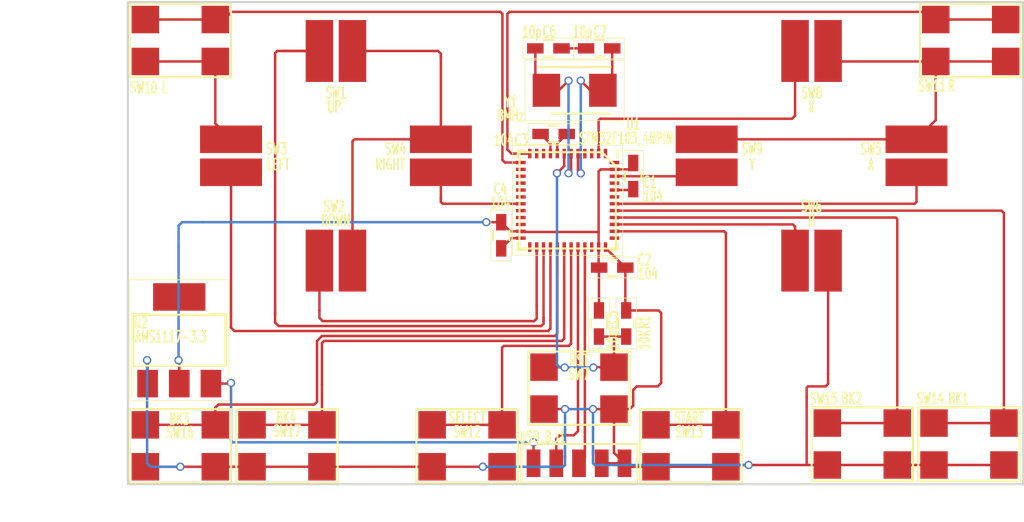
<source format=kicad_pcb>
(kicad_pcb (version 3) (host pcbnew "(22-Jun-2014 BZR 4027)-stable")

  (general
    (links 84)
    (no_connects 11)
    (area 210.440002 159.695786 285.439214 199.804)
    (thickness 1.6)
    (drawings 6)
    (tracks 288)
    (zones 0)
    (modules 29)
    (nets 25)
  )

  (page A3)
  (layers
    (15 F.Cu signal)
    (0 B.Cu signal)
    (16 B.Adhes user)
    (17 F.Adhes user)
    (18 B.Paste user)
    (19 F.Paste user)
    (20 B.SilkS user)
    (21 F.SilkS user)
    (22 B.Mask user)
    (23 F.Mask user)
    (24 Dwgs.User user)
    (25 Cmts.User user)
    (26 Eco1.User user)
    (27 Eco2.User user)
    (28 Edge.Cuts user)
  )

  (setup
    (last_trace_width 0.18)
    (trace_clearance 0.18)
    (zone_clearance 0.508)
    (zone_45_only no)
    (trace_min 0.18)
    (segment_width 0.2)
    (edge_width 0.15)
    (via_size 0.6)
    (via_drill 0.4)
    (via_min_size 0.6)
    (via_min_drill 0.4)
    (uvia_size 0.6)
    (uvia_drill 0.4)
    (uvias_allowed no)
    (uvia_min_size 0.6)
    (uvia_min_drill 0.4)
    (pcb_text_width 0.3)
    (pcb_text_size 1.5 1.5)
    (mod_edge_width 0.15)
    (mod_text_size 1.5 1.5)
    (mod_text_width 0.15)
    (pad_size 2 1)
    (pad_drill 0)
    (pad_to_mask_clearance 0.2)
    (aux_axis_origin 0 0)
    (visible_elements FFFFFFBF)
    (pcbplotparams
      (layerselection 3178497)
      (usegerberextensions true)
      (excludeedgelayer true)
      (linewidth 0.100000)
      (plotframeref false)
      (viasonmask false)
      (mode 1)
      (useauxorigin false)
      (hpglpennumber 1)
      (hpglpenspeed 20)
      (hpglpendiameter 15)
      (hpglpenoverlay 2)
      (psnegative false)
      (psa4output false)
      (plotreference true)
      (plotvalue true)
      (plotothertext true)
      (plotinvisibletext false)
      (padsonsilk false)
      (subtractmaskfromsilk false)
      (outputformat 1)
      (mirror false)
      (drillshape 1)
      (scaleselection 1)
      (outputdirectory ""))
  )

  (net 0 "")
  (net 1 +3.3V)
  (net 2 +5V)
  (net 3 A)
  (net 4 B)
  (net 5 BK1)
  (net 6 BK2)
  (net 7 BK3)
  (net 8 BK4)
  (net 9 DOWN)
  (net 10 GND)
  (net 11 L)
  (net 12 LEFT)
  (net 13 R)
  (net 14 RIGHT)
  (net 15 RST)
  (net 16 SELECT)
  (net 17 START)
  (net 18 UP)
  (net 19 USB_DM)
  (net 20 USB_DP)
  (net 21 X)
  (net 22 X1)
  (net 23 X2)
  (net 24 Y)

  (net_class Default "This is the default net class."
    (clearance 0.18)
    (trace_width 0.18)
    (via_dia 0.6)
    (via_drill 0.4)
    (uvia_dia 0.6)
    (uvia_drill 0.4)
    (add_net "")
    (add_net +3.3V)
    (add_net +5V)
    (add_net A)
    (add_net B)
    (add_net BK1)
    (add_net BK2)
    (add_net BK3)
    (add_net BK4)
    (add_net DOWN)
    (add_net GND)
    (add_net L)
    (add_net LEFT)
    (add_net R)
    (add_net RIGHT)
    (add_net RST)
    (add_net SELECT)
    (add_net START)
    (add_net UP)
    (add_net USB_DM)
    (add_net USB_DP)
    (add_net X)
    (add_net X1)
    (add_net X2)
    (add_net Y)
  )

  (module MyFT_SOT-223 (layer F.Cu) (tedit 5A379D5D) (tstamp 5A376821)
    (at 223.8248 184.6072 90)
    (descr "module CMS SOT223 4 pins")
    (tags "CMS SOT")
    (path /5A25AF73)
    (attr smd)
    (fp_text reference U2 (at 1.27 -2.794 180) (layer F.SilkS)
      (effects (font (size 0.8 0.5) (thickness 0.125)))
    )
    (fp_text value AMS1117-3.3 (at 0.254 -0.6096 180) (layer F.SilkS)
      (effects (font (size 0.8 0.5) (thickness 0.125)))
    )
    (fp_line (start 1.91 3.41) (end 1.91 2.15) (layer F.SilkS) (width 0.12))
    (fp_line (start 1.91 -3.41) (end 1.91 -2.15) (layer F.SilkS) (width 0.12))
    (fp_line (start 4.4 -3.6) (end -4.4 -3.6) (layer F.SilkS) (width 0.05))
    (fp_line (start 4.4 3.6) (end 4.4 -3.6) (layer F.SilkS) (width 0.05))
    (fp_line (start -4.4 3.6) (end 4.4 3.6) (layer F.SilkS) (width 0.05))
    (fp_line (start -4.4 -3.6) (end -4.4 3.6) (layer F.SilkS) (width 0.05))
    (fp_line (start -1.85 -3.35) (end -1.85 3.35) (layer F.SilkS) (width 0.15))
    (fp_line (start -1.85 3.41) (end 1.91 3.41) (layer F.SilkS) (width 0.12))
    (fp_line (start -1.85 -3.35) (end 1.85 -3.35) (layer F.SilkS) (width 0.15))
    (fp_line (start -4.1 -3.41) (end 1.91 -3.41) (layer F.SilkS) (width 0.12))
    (fp_line (start -1.85 3.35) (end 1.85 3.35) (layer F.SilkS) (width 0.15))
    (fp_line (start 1.85 -3.35) (end 1.85 3.35) (layer F.SilkS) (width 0.15))
    (pad 4 smd rect (at 3.15 0 90) (size 2 3.8)
      (layers F.Cu F.Paste F.Mask)
    )
    (pad 2 smd rect (at -3.15 0 90) (size 2 1.5)
      (layers F.Cu F.Paste F.Mask)
      (net 1 +3.3V)
    )
    (pad 3 smd rect (at -3.15 2.3 90) (size 2 1.5)
      (layers F.Cu F.Paste F.Mask)
      (net 2 +5V)
    )
    (pad 1 smd rect (at -3.15 -2.3 90) (size 2 1.5)
      (layers F.Cu F.Paste F.Mask)
      (net 10 GND)
    )
    (model TO_SOT_Packages_SMD.3dshapes/SOT-223.wrl
      (at (xyz 0 0 0))
      (scale (xyz 0.4 0.4 0.4))
      (rotate (xyz 0 0 90))
    )
  )

  (module MyFT_R_0603 (layer F.Cu) (tedit 5A37A111) (tstamp 5A37682D)
    (at 254.3048 183.388 270)
    (descr "C 0603 Hand Soldering")
    (tags 0603)
    (path /5A24FAC4)
    (attr smd)
    (fp_text reference R1 (at -0.1016 -3.302 270) (layer F.SilkS)
      (effects (font (size 0.8 0.5) (thickness 0.125)))
    )
    (fp_text value 10K (at 1.1684 -3.302 270) (layer F.SilkS)
      (effects (font (size 0.8 0.5) (thickness 0.125)))
    )
    (fp_line (start -1.85 -0.75) (end 1.85 -0.75) (layer F.SilkS) (width 0.05))
    (fp_line (start -1.85 0.75) (end 1.85 0.75) (layer F.SilkS) (width 0.05))
    (fp_line (start -1.85 -0.75) (end -1.85 0.75) (layer F.SilkS) (width 0.05))
    (fp_line (start 1.85 -0.75) (end 1.85 0.75) (layer F.SilkS) (width 0.05))
    (fp_line (start -0.35 -0.6) (end 0.35 -0.6) (layer F.SilkS) (width 0.15))
    (fp_line (start 0.35 0.6) (end -0.35 0.6) (layer F.SilkS) (width 0.15))
    (pad 1 smd rect (at -0.95 0 270) (size 1.2 0.75)
      (layers F.Cu F.Paste F.Mask)
      (net 1 +3.3V)
    )
    (pad 2 smd rect (at 0.95 0 270) (size 1.2 0.75)
      (layers F.Cu F.Paste F.Mask)
      (net 15 RST)
    )
    (model Capacitors_SMD.3dshapes/C_0603_HandSoldering.wrl
      (at (xyz 0 0 0))
      (scale (xyz 1 1 1))
      (rotate (xyz 0 0 0))
    )
  )

  (module MyFT_QFN-48-1EP_7x7mm_Pitch0.5mm (layer F.Cu) (tedit 5A379579) (tstamp 5A37A8EE)
    (at 252.0315 174.4345 270)
    (descr "UK Package; 48-Lead Plastic QFN (7mm x 7mm); (see Linear Technology QFN_48_05-08-1704.pdf)")
    (tags "QFN 0.5")
    (path /5A24F5A1)
    (attr smd)
    (fp_text reference U1 (at -5.5245 -4.7625 360) (layer F.SilkS)
      (effects (font (size 0.8 0.5) (thickness 0.125)))
    )
    (fp_text value STM32F103_48PIN (at -4.5085 -4.2545 360) (layer F.SilkS)
      (effects (font (size 0.8 0.5) (thickness 0.125)))
    )
    (fp_line (start -2.5 -3.5) (end 3.5 -3.5) (layer F.SilkS) (width 0.15))
    (fp_line (start 3.5 -3.5) (end 3.5 3.5) (layer F.SilkS) (width 0.15))
    (fp_line (start 3.5 3.5) (end -3.5 3.5) (layer F.SilkS) (width 0.15))
    (fp_line (start -3.5 3.5) (end -3.5 -2.5) (layer F.SilkS) (width 0.15))
    (fp_line (start -3.5 -2.5) (end -2.5 -3.5) (layer F.SilkS) (width 0.15))
    (fp_line (start -4 -4) (end -4 4) (layer F.SilkS) (width 0.05))
    (fp_line (start 4 -4) (end 4 4) (layer F.SilkS) (width 0.05))
    (fp_line (start -4 -4) (end 4 -4) (layer F.SilkS) (width 0.05))
    (fp_line (start -4 4) (end 4 4) (layer F.SilkS) (width 0.05))
    (fp_line (start 3.625 -3.625) (end 3.625 -3.1) (layer F.SilkS) (width 0.15))
    (fp_line (start -3.625 3.625) (end -3.625 3.1) (layer F.SilkS) (width 0.15))
    (fp_line (start 3.625 3.625) (end 3.625 3.1) (layer F.SilkS) (width 0.15))
    (fp_line (start -3.625 -3.625) (end -3.1 -3.625) (layer F.SilkS) (width 0.15))
    (fp_line (start -3.625 3.625) (end -3.1 3.625) (layer F.SilkS) (width 0.15))
    (fp_line (start 3.625 3.625) (end 3.1 3.625) (layer F.SilkS) (width 0.15))
    (fp_line (start 3.625 -3.625) (end 3.1 -3.625) (layer F.SilkS) (width 0.15))
    (pad 1 smd rect (at -3.4 -2.75 270) (size 0.7 0.25)
      (layers F.Cu F.Paste F.Mask)
    )
    (pad 2 smd rect (at -3.4 -2.25 270) (size 0.7 0.25)
      (layers F.Cu F.Paste F.Mask)
      (net 21 X)
    )
    (pad 3 smd rect (at -3.4 -1.75 270) (size 0.7 0.25)
      (layers F.Cu F.Paste F.Mask)
    )
    (pad 4 smd rect (at -3.4 -1.25 270) (size 0.7 0.25)
      (layers F.Cu F.Paste F.Mask)
    )
    (pad 5 smd rect (at -3.4 -0.75 270) (size 0.7 0.25)
      (layers F.Cu F.Paste F.Mask)
      (net 22 X1)
    )
    (pad 6 smd rect (at -3.4 -0.25 270) (size 0.7 0.25)
      (layers F.Cu F.Paste F.Mask)
      (net 23 X2)
    )
    (pad 7 smd rect (at -3.4 0.25 270) (size 0.7 0.25)
      (layers F.Cu F.Paste F.Mask)
      (net 15 RST)
    )
    (pad 8 smd rect (at -3.4 0.75 270) (size 0.7 0.25)
      (layers F.Cu F.Paste F.Mask)
      (net 1 +3.3V)
    )
    (pad 9 smd rect (at -3.4 1.25 270) (size 0.7 0.25)
      (layers F.Cu F.Paste F.Mask)
      (net 10 GND)
    )
    (pad 10 smd rect (at -3.4 1.75 270) (size 0.7 0.25)
      (layers F.Cu F.Paste F.Mask)
    )
    (pad 11 smd rect (at -3.4 2.25 270) (size 0.7 0.25)
      (layers F.Cu F.Paste F.Mask)
    )
    (pad 12 smd rect (at -3.4 2.75 270) (size 0.7 0.25)
      (layers F.Cu F.Paste F.Mask)
      (net 13 R)
    )
    (pad 13 smd rect (at -2.75 3.4) (size 0.7 0.25)
      (layers F.Cu F.Paste F.Mask)
      (net 11 L)
    )
    (pad 14 smd rect (at -2.25 3.4) (size 0.7 0.25)
      (layers F.Cu F.Paste F.Mask)
    )
    (pad 15 smd rect (at -1.75 3.4) (size 0.7 0.25)
      (layers F.Cu F.Paste F.Mask)
    )
    (pad 16 smd rect (at -1.25 3.4) (size 0.7 0.25)
      (layers F.Cu F.Paste F.Mask)
    )
    (pad 17 smd rect (at -0.75 3.4) (size 0.7 0.25)
      (layers F.Cu F.Paste F.Mask)
    )
    (pad 18 smd rect (at -0.25 3.4) (size 0.7 0.25)
      (layers F.Cu F.Paste F.Mask)
    )
    (pad 19 smd rect (at 0.25 3.4) (size 0.7 0.25)
      (layers F.Cu F.Paste F.Mask)
      (net 14 RIGHT)
    )
    (pad 20 smd rect (at 0.75 3.4) (size 0.7 0.25)
      (layers F.Cu F.Paste F.Mask)
    )
    (pad 21 smd rect (at 1.25 3.4) (size 0.7 0.25)
      (layers F.Cu F.Paste F.Mask)
    )
    (pad 22 smd rect (at 1.75 3.4) (size 0.7 0.25)
      (layers F.Cu F.Paste F.Mask)
    )
    (pad 23 smd rect (at 2.25 3.4) (size 0.7 0.25)
      (layers F.Cu F.Paste F.Mask)
      (net 1 +3.3V)
    )
    (pad 24 smd rect (at 2.75 3.4) (size 0.7 0.25)
      (layers F.Cu F.Paste F.Mask)
      (net 10 GND)
    )
    (pad 25 smd rect (at 3.4 2.75 270) (size 0.7 0.25)
      (layers F.Cu F.Paste F.Mask)
    )
    (pad 26 smd rect (at 3.4 2.25 270) (size 0.7 0.25)
      (layers F.Cu F.Paste F.Mask)
      (net 9 DOWN)
    )
    (pad 27 smd rect (at 3.4 1.75 270) (size 0.7 0.25)
      (layers F.Cu F.Paste F.Mask)
      (net 18 UP)
    )
    (pad 28 smd rect (at 3.4 1.25 270) (size 0.7 0.25)
      (layers F.Cu F.Paste F.Mask)
      (net 12 LEFT)
    )
    (pad 29 smd rect (at 3.4 0.75 270) (size 0.7 0.25)
      (layers F.Cu F.Paste F.Mask)
      (net 7 BK3)
    )
    (pad 30 smd rect (at 3.4 0.25 270) (size 0.7 0.25)
      (layers F.Cu F.Paste F.Mask)
      (net 8 BK4)
    )
    (pad 31 smd rect (at 3.4 -0.25 270) (size 0.7 0.25)
      (layers F.Cu F.Paste F.Mask)
      (net 16 SELECT)
    )
    (pad 32 smd rect (at 3.4 -0.75 270) (size 0.7 0.25)
      (layers F.Cu F.Paste F.Mask)
      (net 19 USB_DM)
    )
    (pad 33 smd rect (at 3.4 -1.25 270) (size 0.7 0.25)
      (layers F.Cu F.Paste F.Mask)
      (net 20 USB_DP)
    )
    (pad 34 smd rect (at 3.4 -1.75 270) (size 0.7 0.25)
      (layers F.Cu F.Paste F.Mask)
    )
    (pad 35 smd rect (at 3.4 -2.25 270) (size 0.7 0.25)
      (layers F.Cu F.Paste F.Mask)
      (net 1 +3.3V)
    )
    (pad 36 smd rect (at 3.4 -2.75 270) (size 0.7 0.25)
      (layers F.Cu F.Paste F.Mask)
      (net 10 GND)
    )
    (pad 37 smd rect (at 2.75 -3.4) (size 0.7 0.25)
      (layers F.Cu F.Paste F.Mask)
    )
    (pad 38 smd rect (at 2.25 -3.4) (size 0.7 0.25)
      (layers F.Cu F.Paste F.Mask)
      (net 17 START)
    )
    (pad 39 smd rect (at 1.75 -3.4) (size 0.7 0.25)
      (layers F.Cu F.Paste F.Mask)
      (net 4 B)
    )
    (pad 40 smd rect (at 1.25 -3.4) (size 0.7 0.25)
      (layers F.Cu F.Paste F.Mask)
      (net 6 BK2)
    )
    (pad 41 smd rect (at 0.75 -3.4) (size 0.7 0.25)
      (layers F.Cu F.Paste F.Mask)
      (net 5 BK1)
    )
    (pad 42 smd rect (at 0.25 -3.4) (size 0.7 0.25)
      (layers F.Cu F.Paste F.Mask)
      (net 3 A)
    )
    (pad 43 smd rect (at -0.25 -3.4) (size 0.7 0.25)
      (layers F.Cu F.Paste F.Mask)
    )
    (pad 44 smd rect (at -0.75 -3.4) (size 0.7 0.25)
      (layers F.Cu F.Paste F.Mask)
      (net 10 GND)
    )
    (pad 45 smd rect (at -1.25 -3.4) (size 0.7 0.25)
      (layers F.Cu F.Paste F.Mask)
    )
    (pad 46 smd rect (at -1.75 -3.4) (size 0.7 0.25)
      (layers F.Cu F.Paste F.Mask)
      (net 24 Y)
    )
    (pad 47 smd rect (at -2.25 -3.4) (size 0.7 0.25)
      (layers F.Cu F.Paste F.Mask)
      (net 1 +3.3V)
    )
    (pad 48 smd rect (at -2.75 -3.4) (size 0.7 0.25)
      (layers F.Cu F.Paste F.Mask)
      (net 10 GND)
    )
    (model ${KISYS3DMOD}/Housings_DFN_QFN.3dshapes/QFN-48-1EP_7x7mm_Pitch0.5mm.wrl
      (at (xyz 0 0 0))
      (scale (xyz 1 1 1))
      (rotate (xyz 0 0 0))
    )
  )

  (module MyFT_DPAD_TB (layer F.Cu) (tedit 5A378FB1) (tstamp 5A37688D)
    (at 235.204 163.576)
    (descr "DPad Top Buttom")
    (tags "DPad Top Buttom")
    (path /5A250976)
    (fp_text reference SW1 (at 0 3.048) (layer F.SilkS)
      (effects (font (size 0.8 0.5) (thickness 0.125)))
    )
    (fp_text value UP (at -0.127 4.064) (layer F.SilkS)
      (effects (font (size 0.8 0.5) (thickness 0.125)))
    )
    (pad 2 smd rect (at 1.2 0) (size 2 4.5)
      (layers F.Cu F.Paste F.Mask)
      (net 10 GND)
    )
    (pad 1 smd rect (at -1.2 0) (size 2 4.5)
      (layers F.Cu F.Paste F.Mask)
      (net 18 UP)
    )
  )

  (module MyFT_DPAD_TB (layer F.Cu) (tedit 5A379028) (tstamp 5A376893)
    (at 269.748 163.576)
    (descr "DPad Top Buttom")
    (tags "DPad Top Buttom")
    (path /5A250BF9)
    (fp_text reference SW8 (at 0 3.048) (layer F.SilkS)
      (effects (font (size 0.8 0.5) (thickness 0.125)))
    )
    (fp_text value X (at 0 4.064) (layer F.SilkS)
      (effects (font (size 0.8 0.5) (thickness 0.125)))
    )
    (pad 2 smd rect (at 1.2 0) (size 2 4.5)
      (layers F.Cu F.Paste F.Mask)
      (net 10 GND)
    )
    (pad 1 smd rect (at -1.2 0) (size 2 4.5)
      (layers F.Cu F.Paste F.Mask)
      (net 21 X)
    )
  )

  (module MyFT_DPAD_TB (layer F.Cu) (tedit 5A379047) (tstamp 5A376899)
    (at 269.748 178.816)
    (descr "DPad Top Buttom")
    (tags "DPad Top Buttom")
    (path /5A250BF3)
    (fp_text reference SW6 (at 0 -3.937) (layer F.SilkS)
      (effects (font (size 0.8 0.5) (thickness 0.125)))
    )
    (fp_text value B (at 0 -2.921) (layer F.SilkS)
      (effects (font (size 0.8 0.5) (thickness 0.125)))
    )
    (pad 2 smd rect (at 1.2 0) (size 2 4.5)
      (layers F.Cu F.Paste F.Mask)
      (net 10 GND)
    )
    (pad 1 smd rect (at -1.2 0) (size 2 4.5)
      (layers F.Cu F.Paste F.Mask)
      (net 4 B)
    )
  )

  (module MyFT_DPAD_TB (layer F.Cu) (tedit 5A378FB7) (tstamp 5A37689F)
    (at 235.204 178.816)
    (descr "DPad Top Buttom")
    (tags "DPad Top Buttom")
    (path /5A2509BC)
    (fp_text reference SW2 (at -0.127 -3.937) (layer F.SilkS)
      (effects (font (size 0.8 0.5) (thickness 0.125)))
    )
    (fp_text value DOWN (at 0 -2.921) (layer F.SilkS)
      (effects (font (size 0.8 0.5) (thickness 0.125)))
    )
    (pad 2 smd rect (at 1.2 0) (size 2 4.5)
      (layers F.Cu F.Paste F.Mask)
      (net 10 GND)
    )
    (pad 1 smd rect (at -1.2 0) (size 2 4.5)
      (layers F.Cu F.Paste F.Mask)
      (net 9 DOWN)
    )
  )

  (module MyFT_DPAD_LR (layer F.Cu) (tedit 5A37903A) (tstamp 5A3768A5)
    (at 277.368 171.196)
    (descr "DPad Left Right")
    (tags "DPad Left Right")
    (path /5A250BED)
    (fp_text reference SW5 (at -3.302 -0.508) (layer F.SilkS)
      (effects (font (size 0.8 0.5) (thickness 0.125)))
    )
    (fp_text value A (at -3.302 0.635) (layer F.SilkS)
      (effects (font (size 0.8 0.5) (thickness 0.125)))
    )
    (pad 2 smd rect (at 0 -1.2) (size 4.5 2)
      (layers F.Cu F.Paste F.Mask)
      (net 10 GND)
    )
    (pad 1 smd rect (at 0 1.2) (size 4.5 2)
      (layers F.Cu F.Paste F.Mask)
      (net 3 A)
    )
  )

  (module MyFT_DPAD_LR (layer F.Cu) (tedit 5A378FC0) (tstamp 5A3768AB)
    (at 242.824 171.196)
    (descr "DPad Left Right")
    (tags "DPad Left Right")
    (path /5A250B0F)
    (fp_text reference SW4 (at -3.302 -0.508) (layer F.SilkS)
      (effects (font (size 0.8 0.5) (thickness 0.125)))
    )
    (fp_text value RIGHT (at -3.683 0.635) (layer F.SilkS)
      (effects (font (size 0.8 0.5) (thickness 0.125)))
    )
    (pad 2 smd rect (at 0 -1.2) (size 4.5 2)
      (layers F.Cu F.Paste F.Mask)
      (net 10 GND)
    )
    (pad 1 smd rect (at 0 1.2) (size 4.5 2)
      (layers F.Cu F.Paste F.Mask)
      (net 14 RIGHT)
    )
  )

  (module MyFT_DPAD_LR (layer F.Cu) (tedit 5A378FBC) (tstamp 5A3768B1)
    (at 227.584 171.196)
    (descr "DPad Left Right")
    (tags "DPad Left Right")
    (path /5A250B09)
    (fp_text reference SW3 (at 3.302 -0.508) (layer F.SilkS)
      (effects (font (size 0.8 0.5) (thickness 0.125)))
    )
    (fp_text value LEFT (at 3.429 0.635) (layer F.SilkS)
      (effects (font (size 0.8 0.5) (thickness 0.125)))
    )
    (pad 2 smd rect (at 0 -1.2) (size 4.5 2)
      (layers F.Cu F.Paste F.Mask)
      (net 10 GND)
    )
    (pad 1 smd rect (at 0 1.2) (size 4.5 2)
      (layers F.Cu F.Paste F.Mask)
      (net 12 LEFT)
    )
  )

  (module MyFT_DPAD_LR (layer F.Cu) (tedit 5A37901A) (tstamp 5A3768B7)
    (at 262.128 171.196)
    (descr "DPad Left Right")
    (tags "DPad Left Right")
    (path /5A250BFF)
    (fp_text reference SW9 (at 3.302 -0.508) (layer F.SilkS)
      (effects (font (size 0.8 0.5) (thickness 0.125)))
    )
    (fp_text value Y (at 3.302 0.635) (layer F.SilkS)
      (effects (font (size 0.8 0.5) (thickness 0.125)))
    )
    (pad 2 smd rect (at 0 -1.2) (size 4.5 2)
      (layers F.Cu F.Paste F.Mask)
      (net 10 GND)
    )
    (pad 1 smd rect (at 0 1.2) (size 4.5 2)
      (layers F.Cu F.Paste F.Mask)
      (net 24 Y)
    )
  )

  (module MyFT_Crystal_SMD_5032_2Pads (layer F.Cu) (tedit 5A37954B) (tstamp 5A3768C3)
    (at 252.5395 166.4335)
    (descr "Ceramic SMD crystal, 5.0x3.2mm, 2 Pads")
    (tags "crystal oscillator quartz SMD SMT 5032")
    (path /5A24FCB2)
    (attr smd)
    (fp_text reference Y1 (at -4.6355 0.8255) (layer F.SilkS)
      (effects (font (size 0.8 0.5) (thickness 0.125)))
    )
    (fp_text value 8MHz (at -4.6355 1.8415) (layer F.SilkS)
      (effects (font (size 0.8 0.5) (thickness 0.125)))
    )
    (fp_line (start 3.6 2.2) (end 3.6 -2.2) (layer F.SilkS) (width 0.05))
    (fp_line (start -3.6 2.2) (end 3.6 2.2) (layer F.SilkS) (width 0.05))
    (fp_line (start -3.6 -2.2) (end -3.6 2.2) (layer F.SilkS) (width 0.05))
    (fp_line (start 3.6 -2.2) (end -3.6 -2.2) (layer F.SilkS) (width 0.05))
    (fp_line (start 2.6 1.7) (end -1.7 1.7) (layer F.SilkS) (width 0.15))
    (fp_line (start -2.65 -1.7) (end 2.6 -1.7) (layer F.SilkS) (width 0.15))
    (pad 1 smd rect (at -2.05 0) (size 2 2.4)
      (layers F.Cu F.Paste F.Mask)
      (net 23 X2)
    )
    (pad 2 smd rect (at 2.05 0) (size 2 2.4)
      (layers F.Cu F.Paste F.Mask)
      (net 22 X1)
    )
    (model Crystals.3dshapes/Crystal_SMD_5032_2Pads.wrl
      (at (xyz 0 0 0))
      (scale (xyz 0.3937 0.3937 0.3937))
      (rotate (xyz 0 0 0))
    )
  )

  (module MyFT_C_0603 (layer F.Cu) (tedit 5A37953F) (tstamp 5A3768CF)
    (at 254.3175 163.3855 180)
    (descr "0603 Hand Soldering")
    (tags 0603)
    (path /5A24FD58)
    (attr smd)
    (fp_text reference C7 (at -0.0635 1.2065 180) (layer F.SilkS)
      (effects (font (size 0.8 0.5) (thickness 0.125)))
    )
    (fp_text value 10p (at 1.2065 1.2065 180) (layer F.SilkS)
      (effects (font (size 0.8 0.5) (thickness 0.125)))
    )
    (fp_line (start -1.85 -0.75) (end 1.85 -0.75) (layer F.SilkS) (width 0.05))
    (fp_line (start -1.85 0.75) (end 1.85 0.75) (layer F.SilkS) (width 0.05))
    (fp_line (start -1.85 -0.75) (end -1.85 0.75) (layer F.SilkS) (width 0.05))
    (fp_line (start 1.85 -0.75) (end 1.85 0.75) (layer F.SilkS) (width 0.05))
    (fp_line (start -0.35 -0.6) (end 0.35 -0.6) (layer F.SilkS) (width 0.15))
    (fp_line (start 0.35 0.6) (end -0.35 0.6) (layer F.SilkS) (width 0.15))
    (pad 1 smd rect (at -0.95 0 180) (size 1.2 0.75)
      (layers F.Cu F.Paste F.Mask)
      (net 22 X1)
    )
    (pad 2 smd rect (at 0.95 0 180) (size 1.2 0.75)
      (layers F.Cu F.Paste F.Mask)
      (net 10 GND)
    )
    (model Capacitors_SMD.3dshapes/C_0603_HandSoldering.wrl
      (at (xyz 0 0 0))
      (scale (xyz 1 1 1))
      (rotate (xyz 0 0 0))
    )
  )

  (module MyFT_C_0603 (layer F.Cu) (tedit 5A37953B) (tstamp 5A3768DB)
    (at 250.6345 163.3855)
    (descr "0603 Hand Soldering")
    (tags 0603)
    (path /5A24FD1F)
    (attr smd)
    (fp_text reference C6 (at 0.0635 -1.2065) (layer F.SilkS)
      (effects (font (size 0.8 0.5) (thickness 0.125)))
    )
    (fp_text value 10p (at -1.2065 -1.2065) (layer F.SilkS)
      (effects (font (size 0.8 0.5) (thickness 0.125)))
    )
    (fp_line (start -1.85 -0.75) (end 1.85 -0.75) (layer F.SilkS) (width 0.05))
    (fp_line (start -1.85 0.75) (end 1.85 0.75) (layer F.SilkS) (width 0.05))
    (fp_line (start -1.85 -0.75) (end -1.85 0.75) (layer F.SilkS) (width 0.05))
    (fp_line (start 1.85 -0.75) (end 1.85 0.75) (layer F.SilkS) (width 0.05))
    (fp_line (start -0.35 -0.6) (end 0.35 -0.6) (layer F.SilkS) (width 0.15))
    (fp_line (start 0.35 0.6) (end -0.35 0.6) (layer F.SilkS) (width 0.15))
    (pad 1 smd rect (at -0.95 0) (size 1.2 0.75)
      (layers F.Cu F.Paste F.Mask)
      (net 23 X2)
    )
    (pad 2 smd rect (at 0.95 0) (size 1.2 0.75)
      (layers F.Cu F.Paste F.Mask)
      (net 10 GND)
    )
    (model Capacitors_SMD.3dshapes/C_0603_HandSoldering.wrl
      (at (xyz 0 0 0))
      (scale (xyz 1 1 1))
      (rotate (xyz 0 0 0))
    )
  )

  (module MyFT_C_0603 (layer F.Cu) (tedit 5A37A10C) (tstamp 5A3768E7)
    (at 256.286 183.388 90)
    (descr "0603 Hand Soldering")
    (tags 0603)
    (path /5A24FA7D)
    (attr smd)
    (fp_text reference C5 (at 0.4572 -1.016 90) (layer F.SilkS)
      (effects (font (size 0.8 0.5) (thickness 0.125)))
    )
    (fp_text value 10uF (at -0.9652 -0.9652 90) (layer F.SilkS)
      (effects (font (size 0.8 0.5) (thickness 0.125)))
    )
    (fp_line (start -1.85 -0.75) (end 1.85 -0.75) (layer F.SilkS) (width 0.05))
    (fp_line (start -1.85 0.75) (end 1.85 0.75) (layer F.SilkS) (width 0.05))
    (fp_line (start -1.85 -0.75) (end -1.85 0.75) (layer F.SilkS) (width 0.05))
    (fp_line (start 1.85 -0.75) (end 1.85 0.75) (layer F.SilkS) (width 0.05))
    (fp_line (start -0.35 -0.6) (end 0.35 -0.6) (layer F.SilkS) (width 0.15))
    (fp_line (start 0.35 0.6) (end -0.35 0.6) (layer F.SilkS) (width 0.15))
    (pad 1 smd rect (at -0.95 0 90) (size 1.2 0.75)
      (layers F.Cu F.Paste F.Mask)
      (net 15 RST)
    )
    (pad 2 smd rect (at 0.95 0 90) (size 1.2 0.75)
      (layers F.Cu F.Paste F.Mask)
      (net 10 GND)
    )
    (model Capacitors_SMD.3dshapes/C_0603_HandSoldering.wrl
      (at (xyz 0 0 0))
      (scale (xyz 1 1 1))
      (rotate (xyz 0 0 0))
    )
  )

  (module MyFT_C_0603 (layer F.Cu) (tedit 5A3795A5) (tstamp 5A3768F3)
    (at 247.2055 176.9745 270)
    (descr "0603 Hand Soldering")
    (tags 0603)
    (path /5A24F80F)
    (attr smd)
    (fp_text reference C4 (at -3.3655 0.0635 360) (layer F.SilkS)
      (effects (font (size 0.8 0.5) (thickness 0.125)))
    )
    (fp_text value 104 (at -2.3495 0.0635 360) (layer F.SilkS)
      (effects (font (size 0.8 0.5) (thickness 0.125)))
    )
    (fp_line (start -1.85 -0.75) (end 1.85 -0.75) (layer F.SilkS) (width 0.05))
    (fp_line (start -1.85 0.75) (end 1.85 0.75) (layer F.SilkS) (width 0.05))
    (fp_line (start -1.85 -0.75) (end -1.85 0.75) (layer F.SilkS) (width 0.05))
    (fp_line (start 1.85 -0.75) (end 1.85 0.75) (layer F.SilkS) (width 0.05))
    (fp_line (start -0.35 -0.6) (end 0.35 -0.6) (layer F.SilkS) (width 0.15))
    (fp_line (start 0.35 0.6) (end -0.35 0.6) (layer F.SilkS) (width 0.15))
    (pad 1 smd rect (at -0.95 0 270) (size 1.2 0.75)
      (layers F.Cu F.Paste F.Mask)
      (net 1 +3.3V)
    )
    (pad 2 smd rect (at 0.95 0 270) (size 1.2 0.75)
      (layers F.Cu F.Paste F.Mask)
      (net 10 GND)
    )
    (model Capacitors_SMD.3dshapes/C_0603_HandSoldering.wrl
      (at (xyz 0 0 0))
      (scale (xyz 1 1 1))
      (rotate (xyz 0 0 0))
    )
  )

  (module MyFT_C_0603 (layer F.Cu) (tedit 5A379572) (tstamp 5A3768FF)
    (at 251.0155 169.6085 180)
    (descr "0603 Hand Soldering")
    (tags 0603)
    (path /5A24F7F2)
    (attr smd)
    (fp_text reference C3 (at 2.3495 -0.4445 180) (layer F.SilkS)
      (effects (font (size 0.8 0.5) (thickness 0.125)))
    )
    (fp_text value 104 (at 3.6195 -0.4445 180) (layer F.SilkS)
      (effects (font (size 0.8 0.5) (thickness 0.125)))
    )
    (fp_line (start -1.85 -0.75) (end 1.85 -0.75) (layer F.SilkS) (width 0.05))
    (fp_line (start -1.85 0.75) (end 1.85 0.75) (layer F.SilkS) (width 0.05))
    (fp_line (start -1.85 -0.75) (end -1.85 0.75) (layer F.SilkS) (width 0.05))
    (fp_line (start 1.85 -0.75) (end 1.85 0.75) (layer F.SilkS) (width 0.05))
    (fp_line (start -0.35 -0.6) (end 0.35 -0.6) (layer F.SilkS) (width 0.15))
    (fp_line (start 0.35 0.6) (end -0.35 0.6) (layer F.SilkS) (width 0.15))
    (pad 1 smd rect (at -0.95 0 180) (size 1.2 0.75)
      (layers F.Cu F.Paste F.Mask)
      (net 1 +3.3V)
    )
    (pad 2 smd rect (at 0.95 0 180) (size 1.2 0.75)
      (layers F.Cu F.Paste F.Mask)
      (net 10 GND)
    )
    (model Capacitors_SMD.3dshapes/C_0603_HandSoldering.wrl
      (at (xyz 0 0 0))
      (scale (xyz 1 1 1))
      (rotate (xyz 0 0 0))
    )
  )

  (module MyFT_C_0603 (layer F.Cu) (tedit 5A37958E) (tstamp 5A37690B)
    (at 255.27 179.324)
    (descr "0603 Hand Soldering")
    (tags 0603)
    (path /5A24F7D7)
    (attr smd)
    (fp_text reference C2 (at 2.3495 -0.5715) (layer F.SilkS)
      (effects (font (size 0.8 0.5) (thickness 0.125)))
    )
    (fp_text value 104 (at 2.6035 0.4445) (layer F.SilkS)
      (effects (font (size 0.8 0.5) (thickness 0.125)))
    )
    (fp_line (start -1.85 -0.75) (end 1.85 -0.75) (layer F.SilkS) (width 0.05))
    (fp_line (start -1.85 0.75) (end 1.85 0.75) (layer F.SilkS) (width 0.05))
    (fp_line (start -1.85 -0.75) (end -1.85 0.75) (layer F.SilkS) (width 0.05))
    (fp_line (start 1.85 -0.75) (end 1.85 0.75) (layer F.SilkS) (width 0.05))
    (fp_line (start -0.35 -0.6) (end 0.35 -0.6) (layer F.SilkS) (width 0.15))
    (fp_line (start 0.35 0.6) (end -0.35 0.6) (layer F.SilkS) (width 0.15))
    (pad 1 smd rect (at -0.95 0) (size 1.2 0.75)
      (layers F.Cu F.Paste F.Mask)
      (net 1 +3.3V)
    )
    (pad 2 smd rect (at 0.95 0) (size 1.2 0.75)
      (layers F.Cu F.Paste F.Mask)
      (net 10 GND)
    )
    (model Capacitors_SMD.3dshapes/C_0603_HandSoldering.wrl
      (at (xyz 0 0 0))
      (scale (xyz 1 1 1))
      (rotate (xyz 0 0 0))
    )
  )

  (module MyFT_C_0603 (layer F.Cu) (tedit 5A37959A) (tstamp 5A376917)
    (at 256.794 172.6692 270)
    (descr "0603 Hand Soldering")
    (tags 0603)
    (path /5A24F7A6)
    (attr smd)
    (fp_text reference C1 (at 0.4445 -1.2065 360) (layer F.SilkS)
      (effects (font (size 0.8 0.5) (thickness 0.125)))
    )
    (fp_text value 104 (at 1.4605 -1.4605 360) (layer F.SilkS)
      (effects (font (size 0.8 0.5) (thickness 0.125)))
    )
    (fp_line (start -1.85 -0.75) (end 1.85 -0.75) (layer F.SilkS) (width 0.05))
    (fp_line (start -1.85 0.75) (end 1.85 0.75) (layer F.SilkS) (width 0.05))
    (fp_line (start -1.85 -0.75) (end -1.85 0.75) (layer F.SilkS) (width 0.05))
    (fp_line (start 1.85 -0.75) (end 1.85 0.75) (layer F.SilkS) (width 0.05))
    (fp_line (start -0.35 -0.6) (end 0.35 -0.6) (layer F.SilkS) (width 0.15))
    (fp_line (start 0.35 0.6) (end -0.35 0.6) (layer F.SilkS) (width 0.15))
    (pad 1 smd rect (at -0.95 0 270) (size 1.2 0.75)
      (layers F.Cu F.Paste F.Mask)
      (net 1 +3.3V)
    )
    (pad 2 smd rect (at 0.95 0 270) (size 1.2 0.75)
      (layers F.Cu F.Paste F.Mask)
      (net 10 GND)
    )
    (model Capacitors_SMD.3dshapes/C_0603_HandSoldering.wrl
      (at (xyz 0 0 0))
      (scale (xyz 1 1 1))
      (rotate (xyz 0 0 0))
    )
  )

  (module MyFT_4.5x4.5_SMD (layer F.Cu) (tedit 5A379349) (tstamp 5A377938)
    (at 252.857 188.087)
    (descr 4.5x4.5_SMD)
    (tags 4.5x4.5_SMD)
    (path /5A24FB0F)
    (attr smd)
    (fp_text reference SW7 (at 0 -1.016) (layer F.SilkS)
      (effects (font (size 0.8 0.5) (thickness 0.125)))
    )
    (fp_text value RST (at 0 -2.032) (layer F.SilkS)
      (effects (font (size 0.8 0.5) (thickness 0.125)))
    )
    (fp_line (start -3.683 -2.667) (end 3.683 -2.667) (layer F.SilkS) (width 0.15))
    (fp_line (start 3.683 -2.667) (end 3.683 2.667) (layer F.SilkS) (width 0.15))
    (fp_line (start 3.683 2.667) (end -3.683 2.667) (layer F.SilkS) (width 0.15))
    (fp_line (start -3.683 2.667) (end -3.683 -2.667) (layer F.SilkS) (width 0.15))
    (pad 2 smd rect (at -2.54 1.524) (size 2 2)
      (layers F.Cu F.Paste F.Mask)
      (net 10 GND)
    )
    (pad 1 smd rect (at -2.54 -1.524) (size 2 2)
      (layers F.Cu F.Paste F.Mask)
      (net 15 RST)
    )
    (pad 1 smd rect (at 2.54 -1.524) (size 2 2)
      (layers F.Cu F.Paste F.Mask)
      (net 15 RST)
    )
    (pad 2 smd rect (at 2.54 1.524) (size 2 2)
      (layers F.Cu F.Paste F.Mask)
      (net 10 GND)
    )
    (model Buttons_Switches_SMD.3dshapes/SW_SPST_PTS645.wrl
      (at (xyz 0 0 0))
      (scale (xyz 1 1 1))
      (rotate (xyz 0 0 0))
    )
  )

  (module MyFT_4.5x4.5_SMD (layer F.Cu) (tedit 5A378F44) (tstamp 5A377944)
    (at 223.901 162.814)
    (descr 4.5x4.5_SMD)
    (tags 4.5x4.5_SMD)
    (path /5A2511F1)
    (attr smd)
    (fp_text reference SW10 (at -2.667 3.429) (layer F.SilkS)
      (effects (font (size 0.8 0.5) (thickness 0.125)))
    )
    (fp_text value L (at -1.143 3.429) (layer F.SilkS)
      (effects (font (size 0.8 0.5) (thickness 0.125)))
    )
    (fp_line (start -3.683 -2.667) (end 3.683 -2.667) (layer F.SilkS) (width 0.15))
    (fp_line (start 3.683 -2.667) (end 3.683 2.667) (layer F.SilkS) (width 0.15))
    (fp_line (start 3.683 2.667) (end -3.683 2.667) (layer F.SilkS) (width 0.15))
    (fp_line (start -3.683 2.667) (end -3.683 -2.667) (layer F.SilkS) (width 0.15))
    (pad 2 smd rect (at -2.54 1.524) (size 2 2)
      (layers F.Cu F.Paste F.Mask)
      (net 10 GND)
    )
    (pad 1 smd rect (at -2.54 -1.524) (size 2 2)
      (layers F.Cu F.Paste F.Mask)
      (net 11 L)
    )
    (pad 1 smd rect (at 2.54 -1.524) (size 2 2)
      (layers F.Cu F.Paste F.Mask)
      (net 11 L)
    )
    (pad 2 smd rect (at 2.54 1.524) (size 2 2)
      (layers F.Cu F.Paste F.Mask)
      (net 10 GND)
    )
    (model Buttons_Switches_SMD.3dshapes/SW_SPST_PTS645.wrl
      (at (xyz 0 0 0))
      (scale (xyz 1 1 1))
      (rotate (xyz 0 0 0))
    )
  )

  (module MyFT_4.5x4.5_SMD (layer F.Cu) (tedit 5A379008) (tstamp 5A377950)
    (at 281.305 162.814)
    (descr 4.5x4.5_SMD)
    (tags 4.5x4.5_SMD)
    (path /5A2511F7)
    (attr smd)
    (fp_text reference SW11 (at -2.794 3.302) (layer F.SilkS)
      (effects (font (size 0.8 0.5) (thickness 0.125)))
    )
    (fp_text value R (at -1.397 3.302) (layer F.SilkS)
      (effects (font (size 0.8 0.5) (thickness 0.125)))
    )
    (fp_line (start -3.683 -2.667) (end 3.683 -2.667) (layer F.SilkS) (width 0.15))
    (fp_line (start 3.683 -2.667) (end 3.683 2.667) (layer F.SilkS) (width 0.15))
    (fp_line (start 3.683 2.667) (end -3.683 2.667) (layer F.SilkS) (width 0.15))
    (fp_line (start -3.683 2.667) (end -3.683 -2.667) (layer F.SilkS) (width 0.15))
    (pad 2 smd rect (at -2.54 1.524) (size 2 2)
      (layers F.Cu F.Paste F.Mask)
      (net 10 GND)
    )
    (pad 1 smd rect (at -2.54 -1.524) (size 2 2)
      (layers F.Cu F.Paste F.Mask)
      (net 13 R)
    )
    (pad 1 smd rect (at 2.54 -1.524) (size 2 2)
      (layers F.Cu F.Paste F.Mask)
      (net 13 R)
    )
    (pad 2 smd rect (at 2.54 1.524) (size 2 2)
      (layers F.Cu F.Paste F.Mask)
      (net 10 GND)
    )
    (model Buttons_Switches_SMD.3dshapes/SW_SPST_PTS645.wrl
      (at (xyz 0 0 0))
      (scale (xyz 1 1 1))
      (rotate (xyz 0 0 0))
    )
  )

  (module MyFT_4.5x4.5_SMD (layer F.Cu) (tedit 5A379360) (tstamp 5A37795C)
    (at 244.729 192.278)
    (descr 4.5x4.5_SMD)
    (tags 4.5x4.5_SMD)
    (path /5A2511FD)
    (attr smd)
    (fp_text reference SW12 (at 0 -1.016) (layer F.SilkS)
      (effects (font (size 0.8 0.5) (thickness 0.125)))
    )
    (fp_text value SELECT (at 0 -2.032) (layer F.SilkS)
      (effects (font (size 0.8 0.5) (thickness 0.125)))
    )
    (fp_line (start -3.683 -2.667) (end 3.683 -2.667) (layer F.SilkS) (width 0.15))
    (fp_line (start 3.683 -2.667) (end 3.683 2.667) (layer F.SilkS) (width 0.15))
    (fp_line (start 3.683 2.667) (end -3.683 2.667) (layer F.SilkS) (width 0.15))
    (fp_line (start -3.683 2.667) (end -3.683 -2.667) (layer F.SilkS) (width 0.15))
    (pad 2 smd rect (at -2.54 1.524) (size 2 2)
      (layers F.Cu F.Paste F.Mask)
      (net 10 GND)
    )
    (pad 1 smd rect (at -2.54 -1.524) (size 2 2)
      (layers F.Cu F.Paste F.Mask)
      (net 16 SELECT)
    )
    (pad 1 smd rect (at 2.54 -1.524) (size 2 2)
      (layers F.Cu F.Paste F.Mask)
      (net 16 SELECT)
    )
    (pad 2 smd rect (at 2.54 1.524) (size 2 2)
      (layers F.Cu F.Paste F.Mask)
      (net 10 GND)
    )
    (model Buttons_Switches_SMD.3dshapes/SW_SPST_PTS645.wrl
      (at (xyz 0 0 0))
      (scale (xyz 1 1 1))
      (rotate (xyz 0 0 0))
    )
  )

  (module MyFT_4.5x4.5_SMD (layer F.Cu) (tedit 5A37934F) (tstamp 5A377968)
    (at 260.985 192.278)
    (descr 4.5x4.5_SMD)
    (tags 4.5x4.5_SMD)
    (path /5A251203)
    (attr smd)
    (fp_text reference SW13 (at -0.127 -1.016) (layer F.SilkS)
      (effects (font (size 0.8 0.5) (thickness 0.125)))
    )
    (fp_text value START (at -0.127 -2.032) (layer F.SilkS)
      (effects (font (size 0.8 0.5) (thickness 0.125)))
    )
    (fp_line (start -3.683 -2.667) (end 3.683 -2.667) (layer F.SilkS) (width 0.15))
    (fp_line (start 3.683 -2.667) (end 3.683 2.667) (layer F.SilkS) (width 0.15))
    (fp_line (start 3.683 2.667) (end -3.683 2.667) (layer F.SilkS) (width 0.15))
    (fp_line (start -3.683 2.667) (end -3.683 -2.667) (layer F.SilkS) (width 0.15))
    (pad 2 smd rect (at -2.54 1.524) (size 2 2)
      (layers F.Cu F.Paste F.Mask)
      (net 10 GND)
    )
    (pad 1 smd rect (at -2.54 -1.524) (size 2 2)
      (layers F.Cu F.Paste F.Mask)
      (net 17 START)
    )
    (pad 1 smd rect (at 2.54 -1.524) (size 2 2)
      (layers F.Cu F.Paste F.Mask)
      (net 17 START)
    )
    (pad 2 smd rect (at 2.54 1.524) (size 2 2)
      (layers F.Cu F.Paste F.Mask)
      (net 10 GND)
    )
    (model Buttons_Switches_SMD.3dshapes/SW_SPST_PTS645.wrl
      (at (xyz 0 0 0))
      (scale (xyz 1 1 1))
      (rotate (xyz 0 0 0))
    )
  )

  (module MyFT_4.5x4.5_SMD (layer F.Cu) (tedit 5A378F2F) (tstamp 5A377974)
    (at 281.178 192.151)
    (descr 4.5x4.5_SMD)
    (tags 4.5x4.5_SMD)
    (path /5A25156F)
    (attr smd)
    (fp_text reference SW14 (at -2.794 -3.302) (layer F.SilkS)
      (effects (font (size 0.8 0.5) (thickness 0.125)))
    )
    (fp_text value BK1 (at -0.762 -3.302) (layer F.SilkS)
      (effects (font (size 0.8 0.5) (thickness 0.125)))
    )
    (fp_line (start -3.683 -2.667) (end 3.683 -2.667) (layer F.SilkS) (width 0.15))
    (fp_line (start 3.683 -2.667) (end 3.683 2.667) (layer F.SilkS) (width 0.15))
    (fp_line (start 3.683 2.667) (end -3.683 2.667) (layer F.SilkS) (width 0.15))
    (fp_line (start -3.683 2.667) (end -3.683 -2.667) (layer F.SilkS) (width 0.15))
    (pad 2 smd rect (at -2.54 1.524) (size 2 2)
      (layers F.Cu F.Paste F.Mask)
      (net 10 GND)
    )
    (pad 1 smd rect (at -2.54 -1.524) (size 2 2)
      (layers F.Cu F.Paste F.Mask)
      (net 5 BK1)
    )
    (pad 1 smd rect (at 2.54 -1.524) (size 2 2)
      (layers F.Cu F.Paste F.Mask)
      (net 5 BK1)
    )
    (pad 2 smd rect (at 2.54 1.524) (size 2 2)
      (layers F.Cu F.Paste F.Mask)
      (net 10 GND)
    )
    (model Buttons_Switches_SMD.3dshapes/SW_SPST_PTS645.wrl
      (at (xyz 0 0 0))
      (scale (xyz 1 1 1))
      (rotate (xyz 0 0 0))
    )
  )

  (module MyFT_4.5x4.5_SMD (layer F.Cu) (tedit 5A378F1E) (tstamp 5A377980)
    (at 273.431 192.151)
    (descr 4.5x4.5_SMD)
    (tags 4.5x4.5_SMD)
    (path /5A251575)
    (attr smd)
    (fp_text reference SW15 (at -2.794 -3.302) (layer F.SilkS)
      (effects (font (size 0.8 0.5) (thickness 0.125)))
    )
    (fp_text value BK2 (at -0.762 -3.302) (layer F.SilkS)
      (effects (font (size 0.8 0.5) (thickness 0.125)))
    )
    (fp_line (start -3.683 -2.667) (end 3.683 -2.667) (layer F.SilkS) (width 0.15))
    (fp_line (start 3.683 -2.667) (end 3.683 2.667) (layer F.SilkS) (width 0.15))
    (fp_line (start 3.683 2.667) (end -3.683 2.667) (layer F.SilkS) (width 0.15))
    (fp_line (start -3.683 2.667) (end -3.683 -2.667) (layer F.SilkS) (width 0.15))
    (pad 2 smd rect (at -2.54 1.524) (size 2 2)
      (layers F.Cu F.Paste F.Mask)
      (net 10 GND)
    )
    (pad 1 smd rect (at -2.54 -1.524) (size 2 2)
      (layers F.Cu F.Paste F.Mask)
      (net 6 BK2)
    )
    (pad 1 smd rect (at 2.54 -1.524) (size 2 2)
      (layers F.Cu F.Paste F.Mask)
      (net 6 BK2)
    )
    (pad 2 smd rect (at 2.54 1.524) (size 2 2)
      (layers F.Cu F.Paste F.Mask)
      (net 10 GND)
    )
    (model Buttons_Switches_SMD.3dshapes/SW_SPST_PTS645.wrl
      (at (xyz 0 0 0))
      (scale (xyz 1 1 1))
      (rotate (xyz 0 0 0))
    )
  )

  (module MyFT_4.5x4.5_SMD (layer F.Cu) (tedit 5A379D45) (tstamp 5A37798C)
    (at 223.901 192.278)
    (descr 4.5x4.5_SMD)
    (tags 4.5x4.5_SMD)
    (path /5A25157B)
    (attr smd)
    (fp_text reference SW16 (at -0.0254 -0.9652) (layer F.SilkS)
      (effects (font (size 0.8 0.5) (thickness 0.125)))
    )
    (fp_text value BK3 (at -0.0762 -1.9304) (layer F.SilkS)
      (effects (font (size 0.8 0.5) (thickness 0.125)))
    )
    (fp_line (start -3.683 -2.667) (end 3.683 -2.667) (layer F.SilkS) (width 0.15))
    (fp_line (start 3.683 -2.667) (end 3.683 2.667) (layer F.SilkS) (width 0.15))
    (fp_line (start 3.683 2.667) (end -3.683 2.667) (layer F.SilkS) (width 0.15))
    (fp_line (start -3.683 2.667) (end -3.683 -2.667) (layer F.SilkS) (width 0.15))
    (pad 2 smd rect (at -2.54 1.524) (size 2 2)
      (layers F.Cu F.Paste F.Mask)
      (net 10 GND)
    )
    (pad 1 smd rect (at -2.54 -1.524) (size 2 2)
      (layers F.Cu F.Paste F.Mask)
      (net 7 BK3)
    )
    (pad 1 smd rect (at 2.54 -1.524) (size 2 2)
      (layers F.Cu F.Paste F.Mask)
      (net 7 BK3)
    )
    (pad 2 smd rect (at 2.54 1.524) (size 2 2)
      (layers F.Cu F.Paste F.Mask)
      (net 10 GND)
    )
    (model Buttons_Switches_SMD.3dshapes/SW_SPST_PTS645.wrl
      (at (xyz 0 0 0))
      (scale (xyz 1 1 1))
      (rotate (xyz 0 0 0))
    )
  )

  (module MyFT_4.5x4.5_SMD (layer F.Cu) (tedit 5A379D4C) (tstamp 5A377998)
    (at 231.648 192.278)
    (descr 4.5x4.5_SMD)
    (tags 4.5x4.5_SMD)
    (path /5A251581)
    (attr smd)
    (fp_text reference SW17 (at 0 -1.0668) (layer F.SilkS)
      (effects (font (size 0.8 0.5) (thickness 0.125)))
    )
    (fp_text value BK4 (at -0.0508 -2.032) (layer F.SilkS)
      (effects (font (size 0.8 0.5) (thickness 0.125)))
    )
    (fp_line (start -3.683 -2.667) (end 3.683 -2.667) (layer F.SilkS) (width 0.15))
    (fp_line (start 3.683 -2.667) (end 3.683 2.667) (layer F.SilkS) (width 0.15))
    (fp_line (start 3.683 2.667) (end -3.683 2.667) (layer F.SilkS) (width 0.15))
    (fp_line (start -3.683 2.667) (end -3.683 -2.667) (layer F.SilkS) (width 0.15))
    (pad 2 smd rect (at -2.54 1.524) (size 2 2)
      (layers F.Cu F.Paste F.Mask)
      (net 10 GND)
    )
    (pad 1 smd rect (at -2.54 -1.524) (size 2 2)
      (layers F.Cu F.Paste F.Mask)
      (net 8 BK4)
    )
    (pad 1 smd rect (at 2.54 -1.524) (size 2 2)
      (layers F.Cu F.Paste F.Mask)
      (net 8 BK4)
    )
    (pad 2 smd rect (at 2.54 1.524) (size 2 2)
      (layers F.Cu F.Paste F.Mask)
      (net 10 GND)
    )
    (model Buttons_Switches_SMD.3dshapes/SW_SPST_PTS645.wrl
      (at (xyz 0 0 0))
      (scale (xyz 1 1 1))
      (rotate (xyz 0 0 0))
    )
  )

  (module MyFT_USB_Mini_B_PIN_ONLY (layer F.Cu) (tedit 5A3795F5) (tstamp 5A379893)
    (at 252.984 193.548)
    (descr "USB Mini-B 5-pin SMD connector")
    (tags "USB USB_B USB_Mini connector")
    (path /5A24FF7B)
    (attr smd)
    (fp_text reference J1 (at -1.524 -1.905) (layer F.SilkS)
      (effects (font (size 0.8 0.5) (thickness 0.125)))
    )
    (fp_text value USB_B (at -3.302 -1.905) (layer F.SilkS)
      (effects (font (size 0.8 0.5) (thickness 0.125)))
    )
    (fp_line (start -4.318 -1.397) (end 4.064 -1.397) (layer F.SilkS) (width 0.15))
    (fp_line (start 4.064 -1.397) (end 4.064 1.397) (layer F.SilkS) (width 0.15))
    (fp_line (start 4.064 1.397) (end -4.318 1.397) (layer F.SilkS) (width 0.15))
    (fp_line (start -4.318 1.397) (end -4.318 -1.397) (layer F.SilkS) (width 0.15))
    (pad 1 smd rect (at -3.429 0 90) (size 2 1)
      (layers F.Cu F.Paste F.Mask)
      (net 2 +5V)
    )
    (pad 2 smd rect (at -1.778 0 90) (size 2 1)
      (layers F.Cu F.Paste F.Mask)
      (net 19 USB_DM)
    )
    (pad 3 smd rect (at -0.127 0 90) (size 2 1)
      (layers F.Cu F.Paste F.Mask)
      (net 20 USB_DP)
    )
    (pad 4 smd rect (at 1.524 0 90) (size 2 1)
      (layers F.Cu F.Paste F.Mask)
      (net 10 GND)
    )
    (pad 5 smd rect (at 3.175 0 90) (size 2 1)
      (layers F.Cu F.Paste F.Mask)
      (net 10 GND)
    )
  )

  (dimension 35.052 (width 0.3) (layer Dwgs.User)
    (gr_text "35.052 mm" (at 217.090001 177.546 270) (layer Dwgs.User)
      (effects (font (size 1.5 1.5) (thickness 0.3)))
    )
    (feature1 (pts (xy 219.456 195.072) (xy 215.740001 195.072)))
    (feature2 (pts (xy 219.456 160.02) (xy 215.740001 160.02)))
    (crossbar (pts (xy 218.440001 160.02) (xy 218.440001 195.072)))
    (arrow1a (pts (xy 218.440001 195.072) (xy 217.853581 193.945497)))
    (arrow1b (pts (xy 218.440001 195.072) (xy 219.026421 193.945497)))
    (arrow2a (pts (xy 218.440001 160.02) (xy 217.853581 161.146503)))
    (arrow2b (pts (xy 218.440001 160.02) (xy 219.026421 161.146503)))
  )
  (dimension 64.516 (width 0.3) (layer Dwgs.User)
    (gr_text "64.516 mm" (at 252.73 198.453999) (layer Dwgs.User)
      (effects (font (size 1.5 1.5) (thickness 0.3)))
    )
    (feature1 (pts (xy 284.988 196.088) (xy 284.988 199.803999)))
    (feature2 (pts (xy 220.472 196.088) (xy 220.472 199.803999)))
    (crossbar (pts (xy 220.472 197.103999) (xy 284.988 197.103999)))
    (arrow1a (pts (xy 284.988 197.103999) (xy 283.861497 197.690419)))
    (arrow1b (pts (xy 284.988 197.103999) (xy 283.861497 196.517579)))
    (arrow2a (pts (xy 220.472 197.103999) (xy 221.598503 197.690419)))
    (arrow2b (pts (xy 220.472 197.103999) (xy 221.598503 196.517579)))
  )
  (gr_line (start 220.091 195.072) (end 220.091 160.02) (angle 90) (layer Edge.Cuts) (width 0.15))
  (gr_line (start 285.115 195.072) (end 220.091 195.072) (angle 90) (layer Edge.Cuts) (width 0.15))
  (gr_line (start 285.115 160.02) (end 285.115 195.072) (angle 90) (layer Edge.Cuts) (width 0.15))
  (gr_line (start 220.091 160.02) (end 285.115 160.02) (angle 90) (layer Edge.Cuts) (width 0.15))

  (segment (start 223.774 177.8) (end 223.774 176.276) (width 0.18) (layer B.Cu) (net 1))
  (segment (start 223.8248 186.1058) (end 223.774 186.055) (width 0.18) (layer F.Cu) (net 1) (tstamp 5A37AFE0))
  (via (at 223.774 186.055) (size 0.6) (layers F.Cu B.Cu) (net 1))
  (segment (start 223.774 186.055) (end 223.774 177.8) (width 0.18) (layer B.Cu) (net 1) (tstamp 5A37AFE3))
  (segment (start 225.552 176.022) (end 246.126 176.022) (width 0.18) (layer B.Cu) (net 1) (tstamp 5A37AFE5))
  (via (at 246.126 176.022) (size 0.6) (layers F.Cu B.Cu) (net 1))
  (segment (start 246.126 176.022) (end 246.1285 176.0245) (width 0.18) (layer F.Cu) (net 1) (tstamp 5A37AFED))
  (segment (start 247.2055 176.0245) (end 246.1285 176.0245) (width 0.18) (layer F.Cu) (net 1) (tstamp 5A37AFEE))
  (segment (start 223.8248 186.1058) (end 223.8248 187.7572) (width 0.18) (layer F.Cu) (net 1))
  (segment (start 224.028 176.022) (end 225.552 176.022) (width 0.18) (layer B.Cu) (net 1) (tstamp 5A37AFF4))
  (segment (start 223.774 176.276) (end 224.028 176.022) (width 0.18) (layer B.Cu) (net 1) (tstamp 5A37AFF3))
  (segment (start 254.2815 176.7332) (end 248.6802 176.7332) (width 0.18) (layer F.Cu) (net 1))
  (segment (start 248.6802 176.7332) (end 248.6315 176.6845) (width 0.18) (layer F.Cu) (net 1) (tstamp 5A37AFDB))
  (segment (start 255.4315 172.1845) (end 254.4339 172.1845) (width 0.18) (layer F.Cu) (net 1))
  (segment (start 254.4339 172.1845) (end 254.2815 172.3369) (width 0.18) (layer F.Cu) (net 1) (tstamp 5A37AFCD))
  (segment (start 254.2815 172.3369) (end 254.2815 176.7332) (width 0.18) (layer F.Cu) (net 1) (tstamp 5A37AFCE))
  (segment (start 254.2815 176.7332) (end 254.2815 177.8345) (width 0.18) (layer F.Cu) (net 1) (tstamp 5A37AFD5))
  (segment (start 254.3048 182.438) (end 254.3048 179.3392) (width 0.18) (layer F.Cu) (net 1))
  (segment (start 254.3048 179.3392) (end 254.32 179.324) (width 0.18) (layer F.Cu) (net 1) (tstamp 5A37AF20))
  (segment (start 254.2815 177.8345) (end 254.2815 179.2855) (width 0.18) (layer F.Cu) (net 1))
  (segment (start 254.2815 179.2855) (end 254.32 179.324) (width 0.18) (layer F.Cu) (net 1) (tstamp 5A37AC4B))
  (segment (start 251.2815 170.2925) (end 251.9655 169.6085) (width 0.18) (layer F.Cu) (net 1) (tstamp 5A37A724))
  (segment (start 255.4315 172.1845) (end 256.6335 172.1845) (width 0.18) (layer F.Cu) (net 1) (status 10))
  (segment (start 247.8655 176.6845) (end 247.2055 176.0245) (width 0.18) (layer F.Cu) (net 1) (tstamp 5A37A6AD))
  (segment (start 248.6315 176.6845) (end 247.8655 176.6845) (width 0.18) (layer F.Cu) (net 1) (status 10))
  (segment (start 251.2815 171.0345) (end 251.2815 170.2925) (width 0.18) (layer F.Cu) (net 1) (status 10))
  (segment (start 226.1248 187.7572) (end 227.5328 187.7572) (width 0.18) (layer F.Cu) (net 2))
  (segment (start 249.555 192.024) (end 249.555 193.548) (width 0.18) (layer F.Cu) (net 2) (tstamp 5A37AFFD))
  (via (at 249.555 192.024) (size 0.6) (layers F.Cu B.Cu) (net 2))
  (segment (start 227.711 192.024) (end 249.555 192.024) (width 0.18) (layer B.Cu) (net 2) (tstamp 5A37AFFB))
  (segment (start 227.584 191.897) (end 227.711 192.024) (width 0.18) (layer B.Cu) (net 2) (tstamp 5A37AFFA))
  (segment (start 227.584 187.706) (end 227.584 191.897) (width 0.18) (layer B.Cu) (net 2) (tstamp 5A37AFF9))
  (via (at 227.584 187.706) (size 0.6) (layers F.Cu B.Cu) (net 2))
  (segment (start 227.5328 187.7572) (end 227.584 187.706) (width 0.18) (layer F.Cu) (net 2) (tstamp 5A37AFF7))
  (segment (start 255.4315 174.6845) (end 277.2323 174.6845) (width 0.18) (layer F.Cu) (net 3))
  (segment (start 277.368 174.5488) (end 277.368 172.396) (width 0.18) (layer F.Cu) (net 3) (tstamp 5A37ACBD))
  (segment (start 277.2323 174.6845) (end 277.368 174.5488) (width 0.18) (layer F.Cu) (net 3) (tstamp 5A37ACBC))
  (segment (start 255.4315 176.1845) (end 268.3865 176.1845) (width 0.18) (layer F.Cu) (net 4))
  (segment (start 268.548 176.346) (end 268.548 178.816) (width 0.18) (layer F.Cu) (net 4) (tstamp 5A37ACCF))
  (segment (start 268.3865 176.1845) (end 268.548 176.346) (width 0.18) (layer F.Cu) (net 4) (tstamp 5A37ACCE))
  (segment (start 278.638 190.627) (end 283.718 190.627) (width 0.18) (layer F.Cu) (net 5))
  (segment (start 255.4315 175.1845) (end 283.5409 175.1845) (width 0.18) (layer F.Cu) (net 5))
  (segment (start 283.718 175.3616) (end 283.718 190.627) (width 0.18) (layer F.Cu) (net 5) (tstamp 5A37ACC7))
  (segment (start 283.5409 175.1845) (end 283.718 175.3616) (width 0.18) (layer F.Cu) (net 5) (tstamp 5A37ACC6))
  (segment (start 270.891 190.627) (end 275.971 190.627) (width 0.18) (layer F.Cu) (net 6))
  (segment (start 255.4315 175.6845) (end 275.8621 175.6845) (width 0.18) (layer F.Cu) (net 6))
  (segment (start 275.971 175.7934) (end 275.971 190.627) (width 0.18) (layer F.Cu) (net 6) (tstamp 5A37ACCB))
  (segment (start 275.8621 175.6845) (end 275.971 175.7934) (width 0.18) (layer F.Cu) (net 6) (tstamp 5A37ACCA))
  (segment (start 221.361 190.754) (end 226.441 190.754) (width 0.18) (layer F.Cu) (net 7))
  (segment (start 246.9896 184.293596) (end 251.113204 184.293596) (width 0.18) (layer F.Cu) (net 7))
  (segment (start 226.441 189.5094) (end 226.6696 189.2808) (width 0.18) (layer F.Cu) (net 7) (tstamp 5A37AE0B))
  (segment (start 226.6696 189.2808) (end 233.624798 189.2808) (width 0.18) (layer F.Cu) (net 7) (tstamp 5A37AE0D))
  (segment (start 233.624798 189.2808) (end 233.827998 189.0776) (width 0.18) (layer F.Cu) (net 7) (tstamp 5A37AE0E))
  (segment (start 233.827998 189.0776) (end 233.827998 184.661282) (width 0.18) (layer F.Cu) (net 7) (tstamp 5A37AE0F))
  (segment (start 233.827998 184.661282) (end 234.195684 184.293596) (width 0.18) (layer F.Cu) (net 7) (tstamp 5A37AE10))
  (segment (start 234.195684 184.293596) (end 246.9896 184.293596) (width 0.18) (layer F.Cu) (net 7) (tstamp 5A37AE11))
  (segment (start 226.441 190.754) (end 226.441 189.5094) (width 0.18) (layer F.Cu) (net 7))
  (segment (start 251.2815 184.1253) (end 251.2815 177.8345) (width 0.18) (layer F.Cu) (net 7) (tstamp 5A37AE19))
  (segment (start 251.113204 184.293596) (end 251.2815 184.1253) (width 0.18) (layer F.Cu) (net 7) (tstamp 5A37AE18))
  (segment (start 251.2815 180.001696) (end 251.2815 177.8345) (width 0.18) (layer F.Cu) (net 7) (tstamp 5A37AE13))
  (segment (start 229.108 190.754) (end 234.188 190.754) (width 0.18) (layer F.Cu) (net 8))
  (segment (start 234.188 187.8076) (end 234.188 184.8104) (width 0.18) (layer F.Cu) (net 8))
  (segment (start 251.616802 184.653598) (end 251.7815 184.4889) (width 0.18) (layer F.Cu) (net 8) (tstamp 5A37ADD5))
  (segment (start 251.7815 184.4889) (end 251.7815 183.9301) (width 0.18) (layer F.Cu) (net 8) (tstamp 5A37ADD6))
  (segment (start 234.188 190.754) (end 234.188 187.8076) (width 0.18) (layer F.Cu) (net 8))
  (segment (start 251.7815 183.9301) (end 251.7815 177.8345) (width 0.18) (layer F.Cu) (net 8) (tstamp 5A37ADD0))
  (segment (start 237.342002 184.653598) (end 251.058002 184.653598) (width 0.18) (layer F.Cu) (net 8) (tstamp 5A37ADCB))
  (segment (start 251.058002 184.653598) (end 251.616802 184.653598) (width 0.18) (layer F.Cu) (net 8))
  (segment (start 234.344802 184.653598) (end 237.342002 184.653598) (width 0.18) (layer F.Cu) (net 8) (tstamp 5A37ADDC))
  (segment (start 234.188 184.8104) (end 234.344802 184.653598) (width 0.18) (layer F.Cu) (net 8) (tstamp 5A37ADDA))
  (segment (start 234.004 182.4228) (end 234.004 182.97879) (width 0.18) (layer F.Cu) (net 9))
  (segment (start 249.7836 183.0324) (end 249.7836 182.372) (width 0.18) (layer F.Cu) (net 9) (tstamp 5A37AE9D))
  (segment (start 249.60241 183.21359) (end 249.7836 183.0324) (width 0.18) (layer F.Cu) (net 9) (tstamp 5A37AE9C))
  (segment (start 234.2388 183.21359) (end 249.60241 183.21359) (width 0.18) (layer F.Cu) (net 9) (tstamp 5A37AE9B))
  (segment (start 234.004 182.97879) (end 234.2388 183.21359) (width 0.18) (layer F.Cu) (net 9) (tstamp 5A37AE9A))
  (segment (start 234.004 178.816) (end 234.004 182.4228) (width 0.18) (layer F.Cu) (net 9))
  (segment (start 234.004 182.4228) (end 234.004 182.442) (width 0.18) (layer F.Cu) (net 9) (tstamp 5A37AE98))
  (segment (start 249.7836 182.0672) (end 249.7815 182.0672) (width 0.18) (layer F.Cu) (net 9) (tstamp 5A37AE54))
  (segment (start 249.7836 182.372) (end 249.7836 182.0672) (width 0.18) (layer F.Cu) (net 9) (tstamp 5A37AEA0))
  (segment (start 249.7815 182.2217) (end 249.7815 182.0672) (width 0.18) (layer F.Cu) (net 9) (tstamp 5A37AE4C))
  (segment (start 249.7815 182.0672) (end 249.7815 177.8345) (width 0.18) (layer F.Cu) (net 9) (tstamp 5A37AE55))
  (segment (start 254.635 193.675) (end 254 193.675) (width 0.18) (layer B.Cu) (net 10))
  (segment (start 265.176 193.675) (end 254.635 193.675) (width 0.18) (layer B.Cu) (net 10) (tstamp 5A37B04D))
  (via (at 265.176 193.675) (size 0.6) (layers F.Cu B.Cu) (net 10))
  (segment (start 253.873 193.548) (end 253.873 192.659) (width 0.18) (layer B.Cu) (net 10) (tstamp 5A37B056))
  (segment (start 254 193.675) (end 253.873 193.548) (width 0.18) (layer B.Cu) (net 10) (tstamp 5A37B055))
  (segment (start 253.873 189.611) (end 253.873 192.659) (width 0.18) (layer B.Cu) (net 10))
  (segment (start 253.873 192.659) (end 253.873 192.913) (width 0.18) (layer B.Cu) (net 10) (tstamp 5A37B059))
  (segment (start 257.048 187.96) (end 258.572 187.96) (width 0.18) (layer F.Cu) (net 10) (tstamp 5A37B03F))
  (segment (start 255.397 189.611) (end 256.54 189.611) (width 0.18) (layer F.Cu) (net 10))
  (segment (start 258.638 182.438) (end 256.286 182.438) (width 0.18) (layer F.Cu) (net 10) (tstamp 5A37B043))
  (segment (start 258.826 182.626) (end 258.638 182.438) (width 0.18) (layer F.Cu) (net 10) (tstamp 5A37B042))
  (segment (start 258.826 187.706) (end 258.826 182.626) (width 0.18) (layer F.Cu) (net 10) (tstamp 5A37B041))
  (segment (start 258.572 187.96) (end 258.826 187.706) (width 0.18) (layer F.Cu) (net 10) (tstamp 5A37B040))
  (segment (start 256.794 188.214) (end 257.048 187.96) (width 0.18) (layer F.Cu) (net 10) (tstamp 5A37B03E))
  (segment (start 256.794 189.357) (end 256.794 188.214) (width 0.18) (layer F.Cu) (net 10) (tstamp 5A37B03D))
  (segment (start 256.54 189.611) (end 256.794 189.357) (width 0.18) (layer F.Cu) (net 10) (tstamp 5A37B03C))
  (segment (start 255.397 189.611) (end 256.159 189.611) (width 0.18) (layer F.Cu) (net 10))
  (segment (start 257.749 182.438) (end 256.286 182.438) (width 0.18) (layer F.Cu) (net 10) (tstamp 5A37B038))
  (segment (start 251.206 193.802) (end 251.714 193.802) (width 0.18) (layer B.Cu) (net 10))
  (segment (start 245.872 193.802) (end 251.206 193.802) (width 0.18) (layer B.Cu) (net 10) (tstamp 5A37B025))
  (via (at 245.872 193.802) (size 0.6) (layers F.Cu B.Cu) (net 10))
  (segment (start 251.841 193.675) (end 251.841 193.04) (width 0.18) (layer B.Cu) (net 10) (tstamp 5A37B02C))
  (segment (start 251.714 193.802) (end 251.841 193.675) (width 0.18) (layer B.Cu) (net 10) (tstamp 5A37B02B))
  (segment (start 251.841 189.611) (end 251.841 193.04) (width 0.18) (layer B.Cu) (net 10) (tstamp 5A37B027))
  (segment (start 251.841 193.04) (end 251.841 193.167) (width 0.18) (layer B.Cu) (net 10) (tstamp 5A37B02F))
  (segment (start 250.317 189.611) (end 251.841 189.611) (width 0.18) (layer F.Cu) (net 10))
  (segment (start 253.873 189.611) (end 255.397 189.611) (width 0.18) (layer F.Cu) (net 10) (tstamp 5A37B015))
  (via (at 253.873 189.611) (size 0.6) (layers F.Cu B.Cu) (net 10))
  (segment (start 251.841 189.611) (end 253.873 189.611) (width 0.18) (layer B.Cu) (net 10) (tstamp 5A37B012))
  (via (at 251.841 189.611) (size 0.6) (layers F.Cu B.Cu) (net 10))
  (segment (start 221.488 193.294) (end 221.488 193.548) (width 0.18) (layer B.Cu) (net 10))
  (segment (start 221.5248 186.0918) (end 221.488 186.055) (width 0.18) (layer F.Cu) (net 10) (tstamp 5A37B000))
  (via (at 221.488 186.055) (size 0.6) (layers F.Cu B.Cu) (net 10))
  (segment (start 221.488 186.055) (end 221.488 193.294) (width 0.18) (layer B.Cu) (net 10) (tstamp 5A37B002))
  (segment (start 223.901 193.802) (end 221.996 193.802) (width 0.18) (layer B.Cu) (net 10) (tstamp 5A37B004))
  (via (at 223.901 193.802) (size 0.6) (layers F.Cu B.Cu) (net 10))
  (segment (start 221.5248 186.0918) (end 221.5248 187.7572) (width 0.18) (layer F.Cu) (net 10))
  (segment (start 221.742 193.802) (end 221.996 193.802) (width 0.18) (layer B.Cu) (net 10) (tstamp 5A37B00C))
  (segment (start 221.488 193.548) (end 221.742 193.802) (width 0.18) (layer B.Cu) (net 10) (tstamp 5A37B00B))
  (segment (start 278.765 164.338) (end 278.765 168.599) (width 0.18) (layer F.Cu) (net 10))
  (segment (start 278.765 168.599) (end 277.368 169.996) (width 0.18) (layer F.Cu) (net 10) (tstamp 5A37AF93))
  (segment (start 277.368 169.996) (end 262.128 169.996) (width 0.18) (layer F.Cu) (net 10) (tstamp 5A37AF95))
  (segment (start 278.765 164.338) (end 271.71 164.338) (width 0.18) (layer F.Cu) (net 10))
  (segment (start 271.71 164.338) (end 270.948 163.576) (width 0.18) (layer F.Cu) (net 10) (tstamp 5A37AF8F))
  (segment (start 283.845 164.338) (end 278.765 164.338) (width 0.18) (layer F.Cu) (net 10))
  (segment (start 270.948 187.0648) (end 270.948 187.776) (width 0.18) (layer F.Cu) (net 10))
  (segment (start 270.948 178.816) (end 270.948 187.0648) (width 0.18) (layer F.Cu) (net 10))
  (segment (start 269.3924 188.0616) (end 269.3924 188.8236) (width 0.18) (layer F.Cu) (net 10) (tstamp 5A37AF86))
  (segment (start 269.494 187.96) (end 269.3924 188.0616) (width 0.18) (layer F.Cu) (net 10) (tstamp 5A37AF85))
  (segment (start 270.764 187.96) (end 269.494 187.96) (width 0.18) (layer F.Cu) (net 10) (tstamp 5A37AF84))
  (segment (start 270.948 187.776) (end 270.764 187.96) (width 0.18) (layer F.Cu) (net 10) (tstamp 5A37AF83))
  (segment (start 269.3924 188.6204) (end 269.3924 188.8236) (width 0.18) (layer F.Cu) (net 10) (tstamp 5A37AF7C))
  (segment (start 269.3924 188.8236) (end 269.3924 193.675) (width 0.18) (layer F.Cu) (net 10) (tstamp 5A37AF89))
  (segment (start 256.22 179.324) (end 256.22 182.372) (width 0.18) (layer F.Cu) (net 10))
  (segment (start 256.22 182.372) (end 256.286 182.438) (width 0.18) (layer F.Cu) (net 10) (tstamp 5A37AF23))
  (segment (start 236.404 178.816) (end 236.404 170.1484) (width 0.18) (layer F.Cu) (net 10))
  (segment (start 236.5564 169.996) (end 242.824 169.996) (width 0.18) (layer F.Cu) (net 10) (tstamp 5A37AEDB))
  (segment (start 236.404 170.1484) (end 236.5564 169.996) (width 0.18) (layer F.Cu) (net 10) (tstamp 5A37AED8))
  (segment (start 242.4176 163.576) (end 242.6208 163.576) (width 0.18) (layer F.Cu) (net 10))
  (segment (start 236.404 163.576) (end 242.4176 163.576) (width 0.18) (layer F.Cu) (net 10))
  (segment (start 242.824 163.7792) (end 242.824 164.084) (width 0.18) (layer F.Cu) (net 10) (tstamp 5A37AED3))
  (segment (start 242.6208 163.576) (end 242.824 163.7792) (width 0.18) (layer F.Cu) (net 10) (tstamp 5A37AED2))
  (segment (start 242.824 163.9824) (end 242.824 164.084) (width 0.18) (layer F.Cu) (net 10) (tstamp 5A37AECE))
  (segment (start 242.824 164.084) (end 242.824 169.996) (width 0.18) (layer F.Cu) (net 10) (tstamp 5A37AED6))
  (segment (start 226.441 164.338) (end 226.441 168.853) (width 0.18) (layer F.Cu) (net 10))
  (segment (start 226.441 168.853) (end 227.584 169.996) (width 0.18) (layer F.Cu) (net 10) (tstamp 5A37AEC9))
  (segment (start 221.361 164.338) (end 226.441 164.338) (width 0.18) (layer F.Cu) (net 10))
  (segment (start 221.361 193.802) (end 223.901 193.802) (width 0.18) (layer F.Cu) (net 10))
  (segment (start 223.901 193.802) (end 226.441 193.802) (width 0.18) (layer F.Cu) (net 10) (tstamp 5A37B008))
  (segment (start 226.441 193.802) (end 229.108 193.802) (width 0.18) (layer F.Cu) (net 10) (tstamp 5A37AE71))
  (segment (start 229.108 193.802) (end 234.188 193.802) (width 0.18) (layer F.Cu) (net 10) (tstamp 5A37AE72))
  (segment (start 234.188 193.802) (end 242.189 193.802) (width 0.18) (layer F.Cu) (net 10) (tstamp 5A37AE73))
  (segment (start 242.189 193.802) (end 244.602 193.802) (width 0.18) (layer F.Cu) (net 10) (tstamp 5A37AE74))
  (segment (start 244.602 193.802) (end 245.872 193.802) (width 0.18) (layer F.Cu) (net 10) (tstamp 5A37B018))
  (segment (start 245.872 193.802) (end 247.269 193.802) (width 0.18) (layer F.Cu) (net 10) (tstamp 5A37B022))
  (segment (start 255.397 189.611) (end 255.397 192.786) (width 0.18) (layer F.Cu) (net 10))
  (segment (start 255.397 192.786) (end 256.159 193.548) (width 0.18) (layer F.Cu) (net 10) (tstamp 5A37AE6D))
  (segment (start 254.508 193.548) (end 256.159 193.548) (width 0.18) (layer F.Cu) (net 10))
  (segment (start 256.159 193.548) (end 256.413 193.802) (width 0.18) (layer F.Cu) (net 10) (tstamp 5A37AE63))
  (segment (start 256.413 193.802) (end 263.525 193.802) (width 0.18) (layer F.Cu) (net 10) (tstamp 5A37AE64))
  (segment (start 263.525 193.802) (end 263.652 193.675) (width 0.18) (layer F.Cu) (net 10) (tstamp 5A37AE65))
  (segment (start 263.652 193.675) (end 265.176 193.675) (width 0.18) (layer F.Cu) (net 10) (tstamp 5A37AE66))
  (segment (start 265.176 193.675) (end 269.3924 193.675) (width 0.18) (layer F.Cu) (net 10) (tstamp 5A37B052))
  (segment (start 269.3924 193.675) (end 275.971 193.675) (width 0.18) (layer F.Cu) (net 10) (tstamp 5A37AF80))
  (segment (start 275.971 193.675) (end 278.638 193.675) (width 0.18) (layer F.Cu) (net 10) (tstamp 5A37AE67))
  (segment (start 278.638 193.675) (end 283.718 193.675) (width 0.18) (layer F.Cu) (net 10) (tstamp 5A37AE68))
  (segment (start 254.7815 177.8345) (end 254.7815 177.8855) (width 0.18) (layer F.Cu) (net 10))
  (segment (start 254.7815 177.8855) (end 256.22 179.324) (width 0.18) (layer F.Cu) (net 10) (tstamp 5A37AC4E))
  (segment (start 251.5845 163.3855) (end 253.3675 163.3855) (width 0.18) (layer F.Cu) (net 10))
  (segment (start 255.4315 173.6845) (end 256.6815 173.6845) (width 0.18) (layer F.Cu) (net 10) (status 10))
  (segment (start 248.6315 177.1845) (end 247.9455 177.1845) (width 0.18) (layer F.Cu) (net 10) (status 10))
  (segment (start 250.7815 170.3245) (end 250.0655 169.6085) (width 0.18) (layer F.Cu) (net 10) (tstamp 5A37A727))
  (segment (start 247.9455 177.1845) (end 247.2055 177.9245) (width 0.18) (layer F.Cu) (net 10) (tstamp 5A37A6B0))
  (segment (start 250.7815 171.0345) (end 250.7815 170.3245) (width 0.18) (layer F.Cu) (net 10) (status 10))
  (segment (start 247.2944 160.9852) (end 247.2944 160.8836) (width 0.18) (layer F.Cu) (net 11))
  (segment (start 227.6348 160.7312) (end 247.0404 160.7312) (width 0.18) (layer F.Cu) (net 11) (tstamp 5A37AEB3))
  (segment (start 227.076 161.29) (end 227.6348 160.7312) (width 0.18) (layer F.Cu) (net 11) (tstamp 5A37AEB2))
  (segment (start 226.441 161.29) (end 227.076 161.29) (width 0.18) (layer F.Cu) (net 11))
  (segment (start 247.4781 171.6845) (end 247.2944 171.5008) (width 0.18) (layer F.Cu) (net 11) (tstamp 5A37AFB8))
  (segment (start 247.2944 171.5008) (end 247.2944 160.9852) (width 0.18) (layer F.Cu) (net 11) (tstamp 5A37AFB9))
  (segment (start 247.4781 171.6845) (end 248.6315 171.6845) (width 0.18) (layer F.Cu) (net 11))
  (segment (start 247.142 160.7312) (end 247.0404 160.7312) (width 0.18) (layer F.Cu) (net 11) (tstamp 5A37AFC2))
  (segment (start 247.2944 160.8836) (end 247.142 160.7312) (width 0.18) (layer F.Cu) (net 11) (tstamp 5A37AFC1))
  (segment (start 248.6152 171.6682) (end 248.6315 171.6845) (width 0.18) (layer F.Cu) (net 11) (tstamp 5A37AEC6))
  (segment (start 221.361 161.29) (end 226.441 161.29) (width 0.18) (layer F.Cu) (net 11))
  (segment (start 227.584 182.6768) (end 227.584 183.6928) (width 0.18) (layer F.Cu) (net 12))
  (segment (start 250.609606 183.933594) (end 250.7815 183.7617) (width 0.18) (layer F.Cu) (net 12) (tstamp 5A37AE26))
  (segment (start 250.7815 183.7617) (end 250.7815 183.1521) (width 0.18) (layer F.Cu) (net 12) (tstamp 5A37AE27))
  (segment (start 227.584 172.396) (end 227.584 182.6768) (width 0.18) (layer F.Cu) (net 12))
  (segment (start 250.7815 183.1521) (end 250.7815 177.8345) (width 0.18) (layer F.Cu) (net 12) (tstamp 5A37AE21))
  (segment (start 228.840794 183.933594) (end 250.000006 183.933594) (width 0.18) (layer F.Cu) (net 12) (tstamp 5A37AE1E))
  (segment (start 250.000006 183.933594) (end 250.609606 183.933594) (width 0.18) (layer F.Cu) (net 12))
  (segment (start 227.824794 183.933594) (end 228.840794 183.933594) (width 0.18) (layer F.Cu) (net 12) (tstamp 5A37AE2C))
  (segment (start 227.584 183.6928) (end 227.824794 183.933594) (width 0.18) (layer F.Cu) (net 12) (tstamp 5A37AE2B))
  (segment (start 249.2815 171.0345) (end 247.950102 171.0345) (width 0.18) (layer F.Cu) (net 13))
  (segment (start 278.2062 160.7312) (end 278.765 161.29) (width 0.18) (layer F.Cu) (net 13) (tstamp 5A37AFCA))
  (segment (start 247.8024 160.7312) (end 278.2062 160.7312) (width 0.18) (layer F.Cu) (net 13) (tstamp 5A37AFC9))
  (segment (start 247.654402 160.879198) (end 247.8024 160.7312) (width 0.18) (layer F.Cu) (net 13) (tstamp 5A37AFC7))
  (segment (start 247.654402 170.7388) (end 247.654402 160.879198) (width 0.18) (layer F.Cu) (net 13) (tstamp 5A37AFC6))
  (segment (start 247.950102 171.0345) (end 247.654402 170.7388) (width 0.18) (layer F.Cu) (net 13) (tstamp 5A37AFC5))
  (segment (start 278.765 161.29) (end 283.845 161.29) (width 0.18) (layer F.Cu) (net 13))
  (segment (start 243.1629 174.6845) (end 242.9597 174.6845) (width 0.18) (layer F.Cu) (net 14))
  (segment (start 248.6315 174.6845) (end 243.1629 174.6845) (width 0.18) (layer F.Cu) (net 14) (tstamp 5A37AEA8))
  (segment (start 242.824 174.5488) (end 242.824 174.244) (width 0.18) (layer F.Cu) (net 14) (tstamp 5A37AEAD))
  (segment (start 242.9597 174.6845) (end 242.824 174.5488) (width 0.18) (layer F.Cu) (net 14) (tstamp 5A37AEAC))
  (segment (start 242.824 172.396) (end 242.824 174.244) (width 0.18) (layer F.Cu) (net 14))
  (segment (start 242.824 174.244) (end 242.824 174.3456) (width 0.18) (layer F.Cu) (net 14) (tstamp 5A37AEB0))
  (segment (start 255.397 186.563) (end 255.397 184.3634) (width 0.18) (layer F.Cu) (net 15))
  (segment (start 255.397 184.3634) (end 255.3716 184.338) (width 0.18) (layer F.Cu) (net 15) (tstamp 5A37AF1D))
  (segment (start 254.3048 184.338) (end 255.3716 184.338) (width 0.18) (layer F.Cu) (net 15))
  (segment (start 255.3716 184.338) (end 256.286 184.338) (width 0.18) (layer F.Cu) (net 15) (tstamp 5A37AF17))
  (segment (start 250.317 186.563) (end 251.7902 186.563) (width 0.18) (layer F.Cu) (net 15))
  (via (at 251.8156 186.5884) (size 0.6) (layers F.Cu B.Cu) (net 15))
  (segment (start 251.7902 186.563) (end 251.8156 186.5884) (width 0.18) (layer F.Cu) (net 15) (tstamp 5A37AEF4))
  (segment (start 251.2568 185.928) (end 251.2568 186.3852) (width 0.18) (layer B.Cu) (net 15))
  (segment (start 251.7815 171.9413) (end 251.2568 172.466) (width 0.18) (layer F.Cu) (net 15) (tstamp 5A37AEDE))
  (via (at 251.2568 172.466) (size 0.6) (layers F.Cu B.Cu) (net 15))
  (segment (start 251.2568 172.466) (end 251.2568 185.928) (width 0.18) (layer B.Cu) (net 15) (tstamp 5A37AEE0))
  (segment (start 251.9172 186.5884) (end 253.8984 186.5884) (width 0.18) (layer B.Cu) (net 15) (tstamp 5A37AEE8))
  (via (at 253.8984 186.5884) (size 0.6) (layers F.Cu B.Cu) (net 15))
  (segment (start 253.8984 186.5884) (end 253.9238 186.563) (width 0.18) (layer F.Cu) (net 15) (tstamp 5A37AEEA))
  (segment (start 255.397 186.563) (end 253.9238 186.563) (width 0.18) (layer F.Cu) (net 15) (tstamp 5A37AEEB))
  (segment (start 251.7815 171.9413) (end 251.7815 171.0345) (width 0.18) (layer F.Cu) (net 15))
  (segment (start 251.46 186.5884) (end 251.8156 186.5884) (width 0.18) (layer B.Cu) (net 15) (tstamp 5A37AEF0))
  (segment (start 251.8156 186.5884) (end 251.9172 186.5884) (width 0.18) (layer B.Cu) (net 15) (tstamp 5A37AEF8))
  (segment (start 251.2568 186.3852) (end 251.46 186.5884) (width 0.18) (layer B.Cu) (net 15) (tstamp 5A37AEEF))
  (segment (start 242.189 190.754) (end 247.269 190.754) (width 0.18) (layer F.Cu) (net 16))
  (segment (start 247.269 190.754) (end 247.269 185.1406) (width 0.18) (layer F.Cu) (net 16))
  (segment (start 252.2815 184.8525) (end 252.2815 177.8345) (width 0.18) (layer F.Cu) (net 16) (tstamp 5A37AD0A))
  (segment (start 252.1204 185.0136) (end 252.2815 184.8525) (width 0.18) (layer F.Cu) (net 16) (tstamp 5A37AD09))
  (segment (start 247.396 185.0136) (end 252.1204 185.0136) (width 0.18) (layer F.Cu) (net 16) (tstamp 5A37AD08))
  (segment (start 247.269 185.1406) (end 247.396 185.0136) (width 0.18) (layer F.Cu) (net 16) (tstamp 5A37AD07))
  (segment (start 258.445 190.754) (end 263.525 190.754) (width 0.18) (layer F.Cu) (net 17))
  (segment (start 255.4315 176.6845) (end 263.4001 176.6845) (width 0.18) (layer F.Cu) (net 17))
  (segment (start 263.525 176.8094) (end 263.525 190.754) (width 0.18) (layer F.Cu) (net 17) (tstamp 5A37ACD3))
  (segment (start 263.4001 176.6845) (end 263.525 176.8094) (width 0.18) (layer F.Cu) (net 17) (tstamp 5A37ACD2))
  (segment (start 230.7844 183.319592) (end 231.0384 183.573592) (width 0.18) (layer F.Cu) (net 18))
  (segment (start 250.2815 183.3981) (end 250.2815 182.9409) (width 0.18) (layer F.Cu) (net 18) (tstamp 5A37AE87))
  (segment (start 250.106008 183.573592) (end 250.2815 183.3981) (width 0.18) (layer F.Cu) (net 18) (tstamp 5A37AE86))
  (segment (start 231.0384 183.573592) (end 250.106008 183.573592) (width 0.18) (layer F.Cu) (net 18) (tstamp 5A37AE85))
  (segment (start 230.7844 183.319592) (end 230.7844 183.2864) (width 0.18) (layer F.Cu) (net 18) (tstamp 5A37AE8F))
  (segment (start 230.7844 183.2864) (end 230.7844 183.319592) (width 0.18) (layer F.Cu) (net 18))
  (segment (start 230.7844 164.0332) (end 230.7844 163.7284) (width 0.18) (layer F.Cu) (net 18))
  (segment (start 230.7844 182.5752) (end 230.7844 164.0332) (width 0.18) (layer F.Cu) (net 18) (tstamp 5A37AE30))
  (segment (start 230.9368 163.576) (end 234.004 163.576) (width 0.18) (layer F.Cu) (net 18) (tstamp 5A37AE46))
  (segment (start 230.7844 163.7284) (end 230.9368 163.576) (width 0.18) (layer F.Cu) (net 18) (tstamp 5A37AE45))
  (segment (start 250.2815 183.2457) (end 250.2815 182.9409) (width 0.18) (layer F.Cu) (net 18) (tstamp 5A37AE3A))
  (segment (start 250.2815 177.8345) (end 250.2815 182.9409) (width 0.18) (layer F.Cu) (net 18) (tstamp 5A37AE34))
  (segment (start 230.7844 183.2356) (end 230.7844 183.2864) (width 0.18) (layer F.Cu) (net 18) (tstamp 5A37AE3F))
  (segment (start 230.7844 183.2864) (end 230.7844 182.5752) (width 0.18) (layer F.Cu) (net 18) (tstamp 5A37AE82))
  (segment (start 230.7844 182.5752) (end 230.7844 182.7784) (width 0.18) (layer F.Cu) (net 18) (tstamp 5A37AE42))
  (segment (start 231.2416 163.576) (end 234.004 163.576) (width 0.18) (layer F.Cu) (net 18))
  (segment (start 252.476 191.516) (end 252.7815 191.2105) (width 0.18) (layer F.Cu) (net 19))
  (segment (start 252.476 191.516) (end 251.46 191.516) (width 0.18) (layer F.Cu) (net 19) (tstamp 5A37AC42))
  (segment (start 251.46 191.516) (end 251.206 191.77) (width 0.18) (layer F.Cu) (net 19) (tstamp 5A37AC43))
  (segment (start 251.206 193.548) (end 251.206 191.77) (width 0.18) (layer F.Cu) (net 19) (tstamp 5A37AC44))
  (segment (start 252.7815 191.2105) (end 252.7815 177.8345) (width 0.18) (layer F.Cu) (net 19))
  (segment (start 253.2815 177.8345) (end 253.2815 193.1235) (width 0.18) (layer F.Cu) (net 20))
  (segment (start 253.2815 193.1235) (end 252.857 193.548) (width 0.18) (layer F.Cu) (net 20) (tstamp 5A37AC3D))
  (segment (start 268.3256 168.5036) (end 268.548 168.2812) (width 0.18) (layer F.Cu) (net 21) (tstamp 5A37AFA1))
  (segment (start 254.2815 169.0857) (end 254.2815 168.6285) (width 0.18) (layer F.Cu) (net 21))
  (segment (start 254.8636 168.5036) (end 268.2748 168.5036) (width 0.18) (layer F.Cu) (net 21) (tstamp 5A37AF9A))
  (segment (start 268.548 163.576) (end 268.548 168.2812) (width 0.18) (layer F.Cu) (net 21) (tstamp 5A37AFA4))
  (segment (start 254.2815 169.0857) (end 254.2815 171.0345) (width 0.18) (layer F.Cu) (net 21))
  (segment (start 268.2748 168.5036) (end 268.3256 168.5036) (width 0.18) (layer F.Cu) (net 21))
  (segment (start 254.4064 168.5036) (end 254.8636 168.5036) (width 0.18) (layer F.Cu) (net 21) (tstamp 5A37AFA8))
  (segment (start 254.2815 168.6285) (end 254.4064 168.5036) (width 0.18) (layer F.Cu) (net 21) (tstamp 5A37AFA7))
  (segment (start 252.7815 171.0345) (end 252.7815 172.2635) (width 0.18) (layer F.Cu) (net 22))
  (segment (start 253.6825 166.4335) (end 254.5895 166.4335) (width 0.18) (layer F.Cu) (net 22) (tstamp 5A37AC06))
  (segment (start 252.984 165.735) (end 253.6825 166.4335) (width 0.18) (layer F.Cu) (net 22) (tstamp 5A37AC05))
  (via (at 252.984 165.735) (size 0.6) (layers F.Cu B.Cu) (net 22))
  (segment (start 252.984 172.466) (end 252.984 165.735) (width 0.18) (layer B.Cu) (net 22) (tstamp 5A37AC02))
  (via (at 252.984 172.466) (size 0.6) (layers F.Cu B.Cu) (net 22))
  (segment (start 252.7815 172.2635) (end 252.984 172.466) (width 0.18) (layer F.Cu) (net 22) (tstamp 5A37AC00))
  (segment (start 255.2675 163.3855) (end 255.2675 165.7555) (width 0.18) (layer F.Cu) (net 22))
  (segment (start 255.2675 165.7555) (end 254.5895 166.4335) (width 0.18) (layer F.Cu) (net 22) (tstamp 5A37ABFD))
  (segment (start 252.2815 171.0345) (end 252.2815 172.2795) (width 0.18) (layer F.Cu) (net 23))
  (segment (start 251.3965 166.4335) (end 250.4895 166.4335) (width 0.18) (layer F.Cu) (net 23) (tstamp 5A37AC0F))
  (segment (start 252.095 165.735) (end 251.3965 166.4335) (width 0.18) (layer F.Cu) (net 23) (tstamp 5A37AC0E))
  (via (at 252.095 165.735) (size 0.6) (layers F.Cu B.Cu) (net 23))
  (segment (start 252.095 172.466) (end 252.095 165.735) (width 0.18) (layer B.Cu) (net 23) (tstamp 5A37AC0B))
  (via (at 252.095 172.466) (size 0.6) (layers F.Cu B.Cu) (net 23))
  (segment (start 252.2815 172.2795) (end 252.095 172.466) (width 0.18) (layer F.Cu) (net 23) (tstamp 5A37AC09))
  (segment (start 249.6845 163.3855) (end 249.6845 165.6285) (width 0.18) (layer F.Cu) (net 23))
  (segment (start 249.6845 165.6285) (end 250.4895 166.4335) (width 0.18) (layer F.Cu) (net 23) (tstamp 5A37ABF9))
  (segment (start 255.4315 172.6845) (end 261.8395 172.6845) (width 0.18) (layer F.Cu) (net 24))
  (segment (start 261.8395 172.6845) (end 262.128 172.396) (width 0.18) (layer F.Cu) (net 24) (tstamp 5A37ACB6))

)

</source>
